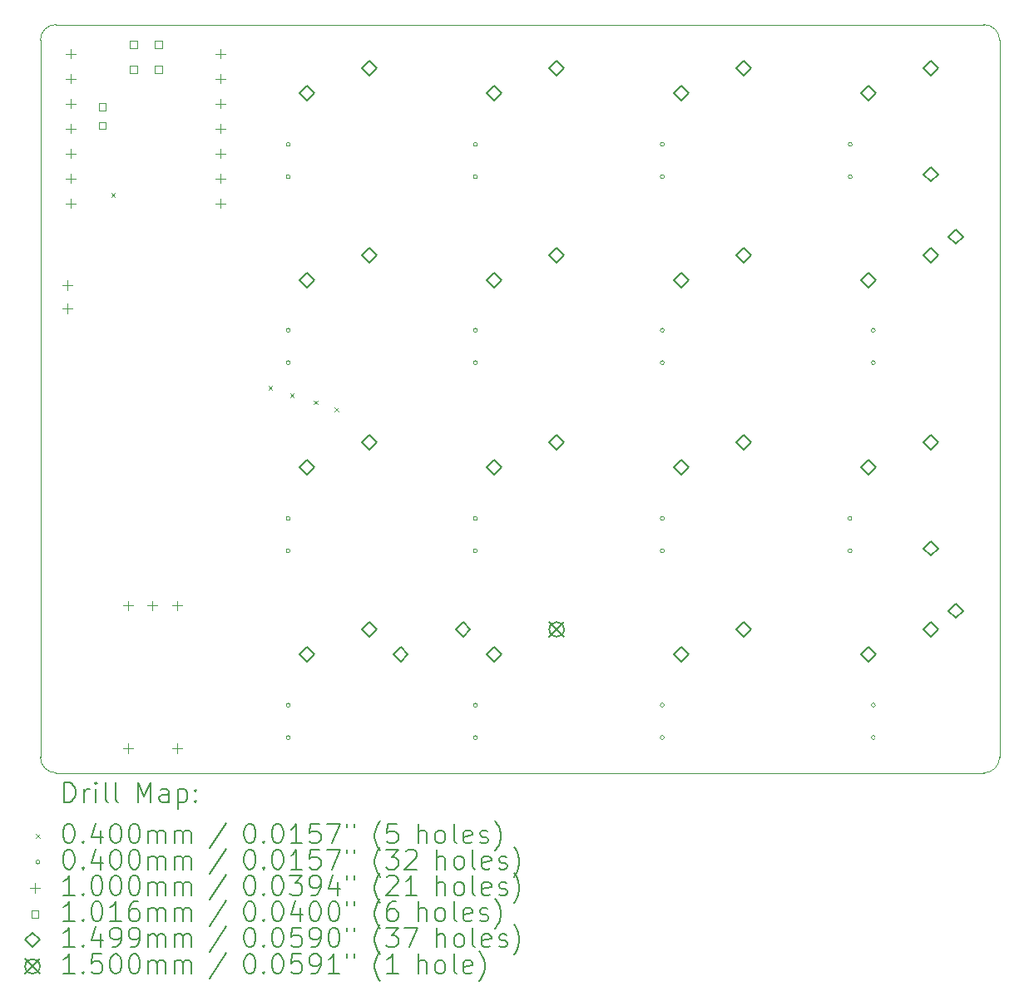
<source format=gbr>
%TF.GenerationSoftware,KiCad,Pcbnew,(7.0.0)*%
%TF.CreationDate,2023-06-29T20:35:01+03:00*%
%TF.ProjectId,kapeebar-a,6b617065-6562-4617-922d-612e6b696361,rev?*%
%TF.SameCoordinates,Original*%
%TF.FileFunction,Drillmap*%
%TF.FilePolarity,Positive*%
%FSLAX45Y45*%
G04 Gerber Fmt 4.5, Leading zero omitted, Abs format (unit mm)*
G04 Created by KiCad (PCBNEW (7.0.0)) date 2023-06-29 20:35:01*
%MOMM*%
%LPD*%
G01*
G04 APERTURE LIST*
%ADD10C,0.100000*%
%ADD11C,0.200000*%
%ADD12C,0.040000*%
%ADD13C,0.101600*%
%ADD14C,0.149860*%
%ADD15C,0.150000*%
G04 APERTURE END LIST*
D10*
X22903120Y-12505000D02*
X13457495Y-12505000D01*
X22903125Y-12505005D02*
G75*
G03*
X23061875Y-12346250I-5J158755D01*
G01*
X13457495Y-4884995D02*
G75*
G03*
X13298745Y-5043750I5J-158755D01*
G01*
X23061870Y-5043750D02*
G75*
G03*
X22903125Y-4885000I-158750J0D01*
G01*
X13457495Y-4885000D02*
X22903125Y-4885000D01*
X23061875Y-12346250D02*
X23061875Y-5043750D01*
X13298750Y-12346250D02*
G75*
G03*
X13457495Y-12505000I158750J0D01*
G01*
X13298745Y-12346250D02*
X13298745Y-5043750D01*
D11*
D12*
X14018745Y-6600000D02*
X14058745Y-6640000D01*
X14058745Y-6600000D02*
X14018745Y-6640000D01*
X15618745Y-8567550D02*
X15658745Y-8607550D01*
X15658745Y-8567550D02*
X15618745Y-8607550D01*
X15838745Y-8640000D02*
X15878745Y-8680000D01*
X15878745Y-8640000D02*
X15838745Y-8680000D01*
X16078745Y-8712450D02*
X16118745Y-8752450D01*
X16118745Y-8712450D02*
X16078745Y-8752450D01*
X16293775Y-8784900D02*
X16333775Y-8824900D01*
X16333775Y-8784900D02*
X16293775Y-8824900D01*
X15841375Y-6105000D02*
G75*
G03*
X15841375Y-6105000I-20000J0D01*
G01*
X15841375Y-6435000D02*
G75*
G03*
X15841375Y-6435000I-20000J0D01*
G01*
X15841375Y-7997630D02*
G75*
G03*
X15841375Y-7997630I-20000J0D01*
G01*
X15841375Y-8327630D02*
G75*
G03*
X15841375Y-8327630I-20000J0D01*
G01*
X15841375Y-9914300D02*
G75*
G03*
X15841375Y-9914300I-20000J0D01*
G01*
X15841375Y-10244300D02*
G75*
G03*
X15841375Y-10244300I-20000J0D01*
G01*
X15841375Y-11815200D02*
G75*
G03*
X15841375Y-11815200I-20000J0D01*
G01*
X15841375Y-12145200D02*
G75*
G03*
X15841375Y-12145200I-20000J0D01*
G01*
X17746375Y-6105000D02*
G75*
G03*
X17746375Y-6105000I-20000J0D01*
G01*
X17746375Y-6435000D02*
G75*
G03*
X17746375Y-6435000I-20000J0D01*
G01*
X17746375Y-7997630D02*
G75*
G03*
X17746375Y-7997630I-20000J0D01*
G01*
X17746375Y-8327630D02*
G75*
G03*
X17746375Y-8327630I-20000J0D01*
G01*
X17746375Y-9914300D02*
G75*
G03*
X17746375Y-9914300I-20000J0D01*
G01*
X17746375Y-10244300D02*
G75*
G03*
X17746375Y-10244300I-20000J0D01*
G01*
X17746375Y-11815200D02*
G75*
G03*
X17746375Y-11815200I-20000J0D01*
G01*
X17746375Y-12145200D02*
G75*
G03*
X17746375Y-12145200I-20000J0D01*
G01*
X19648745Y-6105000D02*
G75*
G03*
X19648745Y-6105000I-20000J0D01*
G01*
X19648745Y-6435000D02*
G75*
G03*
X19648745Y-6435000I-20000J0D01*
G01*
X19648745Y-7997630D02*
G75*
G03*
X19648745Y-7997630I-20000J0D01*
G01*
X19648745Y-8327630D02*
G75*
G03*
X19648745Y-8327630I-20000J0D01*
G01*
X19648745Y-9914300D02*
G75*
G03*
X19648745Y-9914300I-20000J0D01*
G01*
X19648745Y-10244300D02*
G75*
G03*
X19648745Y-10244300I-20000J0D01*
G01*
X19648745Y-11815200D02*
G75*
G03*
X19648745Y-11815200I-20000J0D01*
G01*
X19648745Y-12145200D02*
G75*
G03*
X19648745Y-12145200I-20000J0D01*
G01*
X21558040Y-9914300D02*
G75*
G03*
X21558040Y-9914300I-20000J0D01*
G01*
X21558040Y-10244300D02*
G75*
G03*
X21558040Y-10244300I-20000J0D01*
G01*
X21561745Y-6105000D02*
G75*
G03*
X21561745Y-6105000I-20000J0D01*
G01*
X21561745Y-6435000D02*
G75*
G03*
X21561745Y-6435000I-20000J0D01*
G01*
X21796375Y-7997630D02*
G75*
G03*
X21796375Y-7997630I-20000J0D01*
G01*
X21796375Y-8327630D02*
G75*
G03*
X21796375Y-8327630I-20000J0D01*
G01*
X21796375Y-11815200D02*
G75*
G03*
X21796375Y-11815200I-20000J0D01*
G01*
X21796375Y-12145200D02*
G75*
G03*
X21796375Y-12145200I-20000J0D01*
G01*
D10*
X13573125Y-7490625D02*
X13573125Y-7590625D01*
X13523125Y-7540625D02*
X13623125Y-7540625D01*
X13573125Y-7728750D02*
X13573125Y-7828750D01*
X13523125Y-7778750D02*
X13623125Y-7778750D01*
X13610922Y-5131418D02*
X13610922Y-5231418D01*
X13560922Y-5181418D02*
X13660922Y-5181418D01*
X13610922Y-5385418D02*
X13610922Y-5485418D01*
X13560922Y-5435418D02*
X13660922Y-5435418D01*
X13610922Y-5639418D02*
X13610922Y-5739418D01*
X13560922Y-5689418D02*
X13660922Y-5689418D01*
X13610922Y-5893418D02*
X13610922Y-5993418D01*
X13560922Y-5943418D02*
X13660922Y-5943418D01*
X13610922Y-6147418D02*
X13610922Y-6247418D01*
X13560922Y-6197418D02*
X13660922Y-6197418D01*
X13610922Y-6401418D02*
X13610922Y-6501418D01*
X13560922Y-6451418D02*
X13660922Y-6451418D01*
X13610922Y-6655418D02*
X13610922Y-6755418D01*
X13560922Y-6705418D02*
X13660922Y-6705418D01*
X14189375Y-10752500D02*
X14189375Y-10852500D01*
X14139375Y-10802500D02*
X14239375Y-10802500D01*
X14189375Y-12202500D02*
X14189375Y-12302500D01*
X14139375Y-12252500D02*
X14239375Y-12252500D01*
X14439375Y-10752500D02*
X14439375Y-10852500D01*
X14389375Y-10802500D02*
X14489375Y-10802500D01*
X14689375Y-10752500D02*
X14689375Y-10852500D01*
X14639375Y-10802500D02*
X14739375Y-10802500D01*
X14689375Y-12202500D02*
X14689375Y-12302500D01*
X14639375Y-12252500D02*
X14739375Y-12252500D01*
X15134922Y-5131418D02*
X15134922Y-5231418D01*
X15084922Y-5181418D02*
X15184922Y-5181418D01*
X15134922Y-5385418D02*
X15134922Y-5485418D01*
X15084922Y-5435418D02*
X15184922Y-5435418D01*
X15134922Y-5639418D02*
X15134922Y-5739418D01*
X15084922Y-5689418D02*
X15184922Y-5689418D01*
X15134922Y-5893418D02*
X15134922Y-5993418D01*
X15084922Y-5943418D02*
X15184922Y-5943418D01*
X15134922Y-6147418D02*
X15134922Y-6247418D01*
X15084922Y-6197418D02*
X15184922Y-6197418D01*
X15134922Y-6401418D02*
X15134922Y-6501418D01*
X15084922Y-6451418D02*
X15184922Y-6451418D01*
X15134922Y-6655418D02*
X15134922Y-6755418D01*
X15084922Y-6705418D02*
X15184922Y-6705418D01*
D13*
X13964343Y-5757139D02*
X13964343Y-5685297D01*
X13892501Y-5685297D01*
X13892501Y-5757139D01*
X13964343Y-5757139D01*
X13964343Y-5947639D02*
X13964343Y-5875797D01*
X13892501Y-5875797D01*
X13892501Y-5947639D01*
X13964343Y-5947639D01*
X14281843Y-5122139D02*
X14281843Y-5050297D01*
X14210001Y-5050297D01*
X14210001Y-5122139D01*
X14281843Y-5122139D01*
X14281843Y-5376139D02*
X14281843Y-5304297D01*
X14210001Y-5304297D01*
X14210001Y-5376139D01*
X14281843Y-5376139D01*
X14535843Y-5122139D02*
X14535843Y-5050297D01*
X14464001Y-5050297D01*
X14464001Y-5122139D01*
X14535843Y-5122139D01*
X14535843Y-5376139D02*
X14535843Y-5304297D01*
X14464001Y-5304297D01*
X14464001Y-5376139D01*
X14535843Y-5376139D01*
D14*
X16013375Y-5658430D02*
X16088305Y-5583500D01*
X16013375Y-5508570D01*
X15938445Y-5583500D01*
X16013375Y-5658430D01*
X16013375Y-7563430D02*
X16088305Y-7488500D01*
X16013375Y-7413570D01*
X15938445Y-7488500D01*
X16013375Y-7563430D01*
X16013375Y-9468430D02*
X16088305Y-9393500D01*
X16013375Y-9318570D01*
X15938445Y-9393500D01*
X16013375Y-9468430D01*
X16013375Y-11373430D02*
X16088305Y-11298500D01*
X16013375Y-11223570D01*
X15938445Y-11298500D01*
X16013375Y-11373430D01*
X16648375Y-5404430D02*
X16723305Y-5329500D01*
X16648375Y-5254570D01*
X16573445Y-5329500D01*
X16648375Y-5404430D01*
X16648375Y-7309430D02*
X16723305Y-7234500D01*
X16648375Y-7159570D01*
X16573445Y-7234500D01*
X16648375Y-7309430D01*
X16648375Y-9214430D02*
X16723305Y-9139500D01*
X16648375Y-9064570D01*
X16573445Y-9139500D01*
X16648375Y-9214430D01*
X16648375Y-11119430D02*
X16723305Y-11044500D01*
X16648375Y-10969570D01*
X16573445Y-11044500D01*
X16648375Y-11119430D01*
X16965875Y-11373430D02*
X17040805Y-11298500D01*
X16965875Y-11223570D01*
X16890945Y-11298500D01*
X16965875Y-11373430D01*
X17600875Y-11119430D02*
X17675805Y-11044500D01*
X17600875Y-10969570D01*
X17525945Y-11044500D01*
X17600875Y-11119430D01*
X17918375Y-5658430D02*
X17993305Y-5583500D01*
X17918375Y-5508570D01*
X17843445Y-5583500D01*
X17918375Y-5658430D01*
X17918375Y-7563430D02*
X17993305Y-7488500D01*
X17918375Y-7413570D01*
X17843445Y-7488500D01*
X17918375Y-7563430D01*
X17918375Y-9468430D02*
X17993305Y-9393500D01*
X17918375Y-9318570D01*
X17843445Y-9393500D01*
X17918375Y-9468430D01*
X17918375Y-11373430D02*
X17993305Y-11298500D01*
X17918375Y-11223570D01*
X17843445Y-11298500D01*
X17918375Y-11373430D01*
X18553375Y-5404430D02*
X18628305Y-5329500D01*
X18553375Y-5254570D01*
X18478445Y-5329500D01*
X18553375Y-5404430D01*
X18553375Y-7309430D02*
X18628305Y-7234500D01*
X18553375Y-7159570D01*
X18478445Y-7234500D01*
X18553375Y-7309430D01*
X18553375Y-9214430D02*
X18628305Y-9139500D01*
X18553375Y-9064570D01*
X18478445Y-9139500D01*
X18553375Y-9214430D01*
X19824150Y-5658430D02*
X19899080Y-5583500D01*
X19824150Y-5508570D01*
X19749220Y-5583500D01*
X19824150Y-5658430D01*
X19824150Y-7563430D02*
X19899080Y-7488500D01*
X19824150Y-7413570D01*
X19749220Y-7488500D01*
X19824150Y-7563430D01*
X19824150Y-9468430D02*
X19899080Y-9393500D01*
X19824150Y-9318570D01*
X19749220Y-9393500D01*
X19824150Y-9468430D01*
X19824150Y-11373430D02*
X19899080Y-11298500D01*
X19824150Y-11223570D01*
X19749220Y-11298500D01*
X19824150Y-11373430D01*
X20459150Y-5404430D02*
X20534080Y-5329500D01*
X20459150Y-5254570D01*
X20384220Y-5329500D01*
X20459150Y-5404430D01*
X20459150Y-7309430D02*
X20534080Y-7234500D01*
X20459150Y-7159570D01*
X20384220Y-7234500D01*
X20459150Y-7309430D01*
X20459150Y-9214430D02*
X20534080Y-9139500D01*
X20459150Y-9064570D01*
X20384220Y-9139500D01*
X20459150Y-9214430D01*
X20459150Y-11119430D02*
X20534080Y-11044500D01*
X20459150Y-10969570D01*
X20384220Y-11044500D01*
X20459150Y-11119430D01*
X21728375Y-5658430D02*
X21803305Y-5583500D01*
X21728375Y-5508570D01*
X21653445Y-5583500D01*
X21728375Y-5658430D01*
X21728375Y-7563430D02*
X21803305Y-7488500D01*
X21728375Y-7413570D01*
X21653445Y-7488500D01*
X21728375Y-7563430D01*
X21728375Y-9468430D02*
X21803305Y-9393500D01*
X21728375Y-9318570D01*
X21653445Y-9393500D01*
X21728375Y-9468430D01*
X21728375Y-11373430D02*
X21803305Y-11298500D01*
X21728375Y-11223570D01*
X21653445Y-11298500D01*
X21728375Y-11373430D01*
X22363375Y-5404430D02*
X22438305Y-5329500D01*
X22363375Y-5254570D01*
X22288445Y-5329500D01*
X22363375Y-5404430D01*
X22363375Y-6483930D02*
X22438305Y-6409000D01*
X22363375Y-6334070D01*
X22288445Y-6409000D01*
X22363375Y-6483930D01*
X22363375Y-7309430D02*
X22438305Y-7234500D01*
X22363375Y-7159570D01*
X22288445Y-7234500D01*
X22363375Y-7309430D01*
X22363375Y-9214430D02*
X22438305Y-9139500D01*
X22363375Y-9064570D01*
X22288445Y-9139500D01*
X22363375Y-9214430D01*
X22363375Y-10293930D02*
X22438305Y-10219000D01*
X22363375Y-10144070D01*
X22288445Y-10219000D01*
X22363375Y-10293930D01*
X22363375Y-11119430D02*
X22438305Y-11044500D01*
X22363375Y-10969570D01*
X22288445Y-11044500D01*
X22363375Y-11119430D01*
X22617375Y-7118930D02*
X22692305Y-7044000D01*
X22617375Y-6969070D01*
X22542445Y-7044000D01*
X22617375Y-7118930D01*
X22617375Y-10928930D02*
X22692305Y-10854000D01*
X22617375Y-10779070D01*
X22542445Y-10854000D01*
X22617375Y-10928930D01*
D15*
X18478375Y-10969500D02*
X18628375Y-11119500D01*
X18628375Y-10969500D02*
X18478375Y-11119500D01*
X18628375Y-11044500D02*
G75*
G03*
X18628375Y-11044500I-75000J0D01*
G01*
D11*
X13541364Y-12803476D02*
X13541364Y-12603476D01*
X13541364Y-12603476D02*
X13588983Y-12603476D01*
X13588983Y-12603476D02*
X13617554Y-12613000D01*
X13617554Y-12613000D02*
X13636602Y-12632048D01*
X13636602Y-12632048D02*
X13646126Y-12651095D01*
X13646126Y-12651095D02*
X13655650Y-12689190D01*
X13655650Y-12689190D02*
X13655650Y-12717762D01*
X13655650Y-12717762D02*
X13646126Y-12755857D01*
X13646126Y-12755857D02*
X13636602Y-12774905D01*
X13636602Y-12774905D02*
X13617554Y-12793952D01*
X13617554Y-12793952D02*
X13588983Y-12803476D01*
X13588983Y-12803476D02*
X13541364Y-12803476D01*
X13741364Y-12803476D02*
X13741364Y-12670143D01*
X13741364Y-12708238D02*
X13750888Y-12689190D01*
X13750888Y-12689190D02*
X13760412Y-12679667D01*
X13760412Y-12679667D02*
X13779459Y-12670143D01*
X13779459Y-12670143D02*
X13798507Y-12670143D01*
X13865173Y-12803476D02*
X13865173Y-12670143D01*
X13865173Y-12603476D02*
X13855650Y-12613000D01*
X13855650Y-12613000D02*
X13865173Y-12622524D01*
X13865173Y-12622524D02*
X13874697Y-12613000D01*
X13874697Y-12613000D02*
X13865173Y-12603476D01*
X13865173Y-12603476D02*
X13865173Y-12622524D01*
X13988983Y-12803476D02*
X13969935Y-12793952D01*
X13969935Y-12793952D02*
X13960412Y-12774905D01*
X13960412Y-12774905D02*
X13960412Y-12603476D01*
X14093745Y-12803476D02*
X14074697Y-12793952D01*
X14074697Y-12793952D02*
X14065173Y-12774905D01*
X14065173Y-12774905D02*
X14065173Y-12603476D01*
X14289935Y-12803476D02*
X14289935Y-12603476D01*
X14289935Y-12603476D02*
X14356602Y-12746333D01*
X14356602Y-12746333D02*
X14423269Y-12603476D01*
X14423269Y-12603476D02*
X14423269Y-12803476D01*
X14604221Y-12803476D02*
X14604221Y-12698714D01*
X14604221Y-12698714D02*
X14594697Y-12679667D01*
X14594697Y-12679667D02*
X14575650Y-12670143D01*
X14575650Y-12670143D02*
X14537554Y-12670143D01*
X14537554Y-12670143D02*
X14518507Y-12679667D01*
X14604221Y-12793952D02*
X14585173Y-12803476D01*
X14585173Y-12803476D02*
X14537554Y-12803476D01*
X14537554Y-12803476D02*
X14518507Y-12793952D01*
X14518507Y-12793952D02*
X14508983Y-12774905D01*
X14508983Y-12774905D02*
X14508983Y-12755857D01*
X14508983Y-12755857D02*
X14518507Y-12736809D01*
X14518507Y-12736809D02*
X14537554Y-12727286D01*
X14537554Y-12727286D02*
X14585173Y-12727286D01*
X14585173Y-12727286D02*
X14604221Y-12717762D01*
X14699459Y-12670143D02*
X14699459Y-12870143D01*
X14699459Y-12679667D02*
X14718507Y-12670143D01*
X14718507Y-12670143D02*
X14756602Y-12670143D01*
X14756602Y-12670143D02*
X14775650Y-12679667D01*
X14775650Y-12679667D02*
X14785173Y-12689190D01*
X14785173Y-12689190D02*
X14794697Y-12708238D01*
X14794697Y-12708238D02*
X14794697Y-12765381D01*
X14794697Y-12765381D02*
X14785173Y-12784428D01*
X14785173Y-12784428D02*
X14775650Y-12793952D01*
X14775650Y-12793952D02*
X14756602Y-12803476D01*
X14756602Y-12803476D02*
X14718507Y-12803476D01*
X14718507Y-12803476D02*
X14699459Y-12793952D01*
X14880412Y-12784428D02*
X14889935Y-12793952D01*
X14889935Y-12793952D02*
X14880412Y-12803476D01*
X14880412Y-12803476D02*
X14870888Y-12793952D01*
X14870888Y-12793952D02*
X14880412Y-12784428D01*
X14880412Y-12784428D02*
X14880412Y-12803476D01*
X14880412Y-12679667D02*
X14889935Y-12689190D01*
X14889935Y-12689190D02*
X14880412Y-12698714D01*
X14880412Y-12698714D02*
X14870888Y-12689190D01*
X14870888Y-12689190D02*
X14880412Y-12679667D01*
X14880412Y-12679667D02*
X14880412Y-12698714D01*
D12*
X13253745Y-13130000D02*
X13293745Y-13170000D01*
X13293745Y-13130000D02*
X13253745Y-13170000D01*
D11*
X13579459Y-13023476D02*
X13598507Y-13023476D01*
X13598507Y-13023476D02*
X13617554Y-13033000D01*
X13617554Y-13033000D02*
X13627078Y-13042524D01*
X13627078Y-13042524D02*
X13636602Y-13061571D01*
X13636602Y-13061571D02*
X13646126Y-13099667D01*
X13646126Y-13099667D02*
X13646126Y-13147286D01*
X13646126Y-13147286D02*
X13636602Y-13185381D01*
X13636602Y-13185381D02*
X13627078Y-13204428D01*
X13627078Y-13204428D02*
X13617554Y-13213952D01*
X13617554Y-13213952D02*
X13598507Y-13223476D01*
X13598507Y-13223476D02*
X13579459Y-13223476D01*
X13579459Y-13223476D02*
X13560412Y-13213952D01*
X13560412Y-13213952D02*
X13550888Y-13204428D01*
X13550888Y-13204428D02*
X13541364Y-13185381D01*
X13541364Y-13185381D02*
X13531840Y-13147286D01*
X13531840Y-13147286D02*
X13531840Y-13099667D01*
X13531840Y-13099667D02*
X13541364Y-13061571D01*
X13541364Y-13061571D02*
X13550888Y-13042524D01*
X13550888Y-13042524D02*
X13560412Y-13033000D01*
X13560412Y-13033000D02*
X13579459Y-13023476D01*
X13731840Y-13204428D02*
X13741364Y-13213952D01*
X13741364Y-13213952D02*
X13731840Y-13223476D01*
X13731840Y-13223476D02*
X13722316Y-13213952D01*
X13722316Y-13213952D02*
X13731840Y-13204428D01*
X13731840Y-13204428D02*
X13731840Y-13223476D01*
X13912793Y-13090143D02*
X13912793Y-13223476D01*
X13865173Y-13013952D02*
X13817554Y-13156809D01*
X13817554Y-13156809D02*
X13941364Y-13156809D01*
X14055650Y-13023476D02*
X14074697Y-13023476D01*
X14074697Y-13023476D02*
X14093745Y-13033000D01*
X14093745Y-13033000D02*
X14103269Y-13042524D01*
X14103269Y-13042524D02*
X14112793Y-13061571D01*
X14112793Y-13061571D02*
X14122316Y-13099667D01*
X14122316Y-13099667D02*
X14122316Y-13147286D01*
X14122316Y-13147286D02*
X14112793Y-13185381D01*
X14112793Y-13185381D02*
X14103269Y-13204428D01*
X14103269Y-13204428D02*
X14093745Y-13213952D01*
X14093745Y-13213952D02*
X14074697Y-13223476D01*
X14074697Y-13223476D02*
X14055650Y-13223476D01*
X14055650Y-13223476D02*
X14036602Y-13213952D01*
X14036602Y-13213952D02*
X14027078Y-13204428D01*
X14027078Y-13204428D02*
X14017554Y-13185381D01*
X14017554Y-13185381D02*
X14008031Y-13147286D01*
X14008031Y-13147286D02*
X14008031Y-13099667D01*
X14008031Y-13099667D02*
X14017554Y-13061571D01*
X14017554Y-13061571D02*
X14027078Y-13042524D01*
X14027078Y-13042524D02*
X14036602Y-13033000D01*
X14036602Y-13033000D02*
X14055650Y-13023476D01*
X14246126Y-13023476D02*
X14265174Y-13023476D01*
X14265174Y-13023476D02*
X14284221Y-13033000D01*
X14284221Y-13033000D02*
X14293745Y-13042524D01*
X14293745Y-13042524D02*
X14303269Y-13061571D01*
X14303269Y-13061571D02*
X14312793Y-13099667D01*
X14312793Y-13099667D02*
X14312793Y-13147286D01*
X14312793Y-13147286D02*
X14303269Y-13185381D01*
X14303269Y-13185381D02*
X14293745Y-13204428D01*
X14293745Y-13204428D02*
X14284221Y-13213952D01*
X14284221Y-13213952D02*
X14265174Y-13223476D01*
X14265174Y-13223476D02*
X14246126Y-13223476D01*
X14246126Y-13223476D02*
X14227078Y-13213952D01*
X14227078Y-13213952D02*
X14217554Y-13204428D01*
X14217554Y-13204428D02*
X14208031Y-13185381D01*
X14208031Y-13185381D02*
X14198507Y-13147286D01*
X14198507Y-13147286D02*
X14198507Y-13099667D01*
X14198507Y-13099667D02*
X14208031Y-13061571D01*
X14208031Y-13061571D02*
X14217554Y-13042524D01*
X14217554Y-13042524D02*
X14227078Y-13033000D01*
X14227078Y-13033000D02*
X14246126Y-13023476D01*
X14398507Y-13223476D02*
X14398507Y-13090143D01*
X14398507Y-13109190D02*
X14408031Y-13099667D01*
X14408031Y-13099667D02*
X14427078Y-13090143D01*
X14427078Y-13090143D02*
X14455650Y-13090143D01*
X14455650Y-13090143D02*
X14474697Y-13099667D01*
X14474697Y-13099667D02*
X14484221Y-13118714D01*
X14484221Y-13118714D02*
X14484221Y-13223476D01*
X14484221Y-13118714D02*
X14493745Y-13099667D01*
X14493745Y-13099667D02*
X14512793Y-13090143D01*
X14512793Y-13090143D02*
X14541364Y-13090143D01*
X14541364Y-13090143D02*
X14560412Y-13099667D01*
X14560412Y-13099667D02*
X14569935Y-13118714D01*
X14569935Y-13118714D02*
X14569935Y-13223476D01*
X14665174Y-13223476D02*
X14665174Y-13090143D01*
X14665174Y-13109190D02*
X14674697Y-13099667D01*
X14674697Y-13099667D02*
X14693745Y-13090143D01*
X14693745Y-13090143D02*
X14722316Y-13090143D01*
X14722316Y-13090143D02*
X14741364Y-13099667D01*
X14741364Y-13099667D02*
X14750888Y-13118714D01*
X14750888Y-13118714D02*
X14750888Y-13223476D01*
X14750888Y-13118714D02*
X14760412Y-13099667D01*
X14760412Y-13099667D02*
X14779459Y-13090143D01*
X14779459Y-13090143D02*
X14808031Y-13090143D01*
X14808031Y-13090143D02*
X14827078Y-13099667D01*
X14827078Y-13099667D02*
X14836602Y-13118714D01*
X14836602Y-13118714D02*
X14836602Y-13223476D01*
X15194697Y-13013952D02*
X15023269Y-13271095D01*
X15419459Y-13023476D02*
X15438507Y-13023476D01*
X15438507Y-13023476D02*
X15457555Y-13033000D01*
X15457555Y-13033000D02*
X15467078Y-13042524D01*
X15467078Y-13042524D02*
X15476602Y-13061571D01*
X15476602Y-13061571D02*
X15486126Y-13099667D01*
X15486126Y-13099667D02*
X15486126Y-13147286D01*
X15486126Y-13147286D02*
X15476602Y-13185381D01*
X15476602Y-13185381D02*
X15467078Y-13204428D01*
X15467078Y-13204428D02*
X15457555Y-13213952D01*
X15457555Y-13213952D02*
X15438507Y-13223476D01*
X15438507Y-13223476D02*
X15419459Y-13223476D01*
X15419459Y-13223476D02*
X15400412Y-13213952D01*
X15400412Y-13213952D02*
X15390888Y-13204428D01*
X15390888Y-13204428D02*
X15381364Y-13185381D01*
X15381364Y-13185381D02*
X15371840Y-13147286D01*
X15371840Y-13147286D02*
X15371840Y-13099667D01*
X15371840Y-13099667D02*
X15381364Y-13061571D01*
X15381364Y-13061571D02*
X15390888Y-13042524D01*
X15390888Y-13042524D02*
X15400412Y-13033000D01*
X15400412Y-13033000D02*
X15419459Y-13023476D01*
X15571840Y-13204428D02*
X15581364Y-13213952D01*
X15581364Y-13213952D02*
X15571840Y-13223476D01*
X15571840Y-13223476D02*
X15562316Y-13213952D01*
X15562316Y-13213952D02*
X15571840Y-13204428D01*
X15571840Y-13204428D02*
X15571840Y-13223476D01*
X15705174Y-13023476D02*
X15724221Y-13023476D01*
X15724221Y-13023476D02*
X15743269Y-13033000D01*
X15743269Y-13033000D02*
X15752793Y-13042524D01*
X15752793Y-13042524D02*
X15762316Y-13061571D01*
X15762316Y-13061571D02*
X15771840Y-13099667D01*
X15771840Y-13099667D02*
X15771840Y-13147286D01*
X15771840Y-13147286D02*
X15762316Y-13185381D01*
X15762316Y-13185381D02*
X15752793Y-13204428D01*
X15752793Y-13204428D02*
X15743269Y-13213952D01*
X15743269Y-13213952D02*
X15724221Y-13223476D01*
X15724221Y-13223476D02*
X15705174Y-13223476D01*
X15705174Y-13223476D02*
X15686126Y-13213952D01*
X15686126Y-13213952D02*
X15676602Y-13204428D01*
X15676602Y-13204428D02*
X15667078Y-13185381D01*
X15667078Y-13185381D02*
X15657555Y-13147286D01*
X15657555Y-13147286D02*
X15657555Y-13099667D01*
X15657555Y-13099667D02*
X15667078Y-13061571D01*
X15667078Y-13061571D02*
X15676602Y-13042524D01*
X15676602Y-13042524D02*
X15686126Y-13033000D01*
X15686126Y-13033000D02*
X15705174Y-13023476D01*
X15962316Y-13223476D02*
X15848031Y-13223476D01*
X15905174Y-13223476D02*
X15905174Y-13023476D01*
X15905174Y-13023476D02*
X15886126Y-13052048D01*
X15886126Y-13052048D02*
X15867078Y-13071095D01*
X15867078Y-13071095D02*
X15848031Y-13080619D01*
X16143269Y-13023476D02*
X16048031Y-13023476D01*
X16048031Y-13023476D02*
X16038507Y-13118714D01*
X16038507Y-13118714D02*
X16048031Y-13109190D01*
X16048031Y-13109190D02*
X16067078Y-13099667D01*
X16067078Y-13099667D02*
X16114697Y-13099667D01*
X16114697Y-13099667D02*
X16133745Y-13109190D01*
X16133745Y-13109190D02*
X16143269Y-13118714D01*
X16143269Y-13118714D02*
X16152793Y-13137762D01*
X16152793Y-13137762D02*
X16152793Y-13185381D01*
X16152793Y-13185381D02*
X16143269Y-13204428D01*
X16143269Y-13204428D02*
X16133745Y-13213952D01*
X16133745Y-13213952D02*
X16114697Y-13223476D01*
X16114697Y-13223476D02*
X16067078Y-13223476D01*
X16067078Y-13223476D02*
X16048031Y-13213952D01*
X16048031Y-13213952D02*
X16038507Y-13204428D01*
X16219459Y-13023476D02*
X16352793Y-13023476D01*
X16352793Y-13023476D02*
X16267078Y-13223476D01*
X16419459Y-13023476D02*
X16419459Y-13061571D01*
X16495650Y-13023476D02*
X16495650Y-13061571D01*
X16758507Y-13299667D02*
X16748983Y-13290143D01*
X16748983Y-13290143D02*
X16729936Y-13261571D01*
X16729936Y-13261571D02*
X16720412Y-13242524D01*
X16720412Y-13242524D02*
X16710888Y-13213952D01*
X16710888Y-13213952D02*
X16701364Y-13166333D01*
X16701364Y-13166333D02*
X16701364Y-13128238D01*
X16701364Y-13128238D02*
X16710888Y-13080619D01*
X16710888Y-13080619D02*
X16720412Y-13052048D01*
X16720412Y-13052048D02*
X16729936Y-13033000D01*
X16729936Y-13033000D02*
X16748983Y-13004428D01*
X16748983Y-13004428D02*
X16758507Y-12994905D01*
X16929936Y-13023476D02*
X16834698Y-13023476D01*
X16834698Y-13023476D02*
X16825174Y-13118714D01*
X16825174Y-13118714D02*
X16834698Y-13109190D01*
X16834698Y-13109190D02*
X16853745Y-13099667D01*
X16853745Y-13099667D02*
X16901364Y-13099667D01*
X16901364Y-13099667D02*
X16920412Y-13109190D01*
X16920412Y-13109190D02*
X16929936Y-13118714D01*
X16929936Y-13118714D02*
X16939459Y-13137762D01*
X16939459Y-13137762D02*
X16939459Y-13185381D01*
X16939459Y-13185381D02*
X16929936Y-13204428D01*
X16929936Y-13204428D02*
X16920412Y-13213952D01*
X16920412Y-13213952D02*
X16901364Y-13223476D01*
X16901364Y-13223476D02*
X16853745Y-13223476D01*
X16853745Y-13223476D02*
X16834698Y-13213952D01*
X16834698Y-13213952D02*
X16825174Y-13204428D01*
X17145174Y-13223476D02*
X17145174Y-13023476D01*
X17230888Y-13223476D02*
X17230888Y-13118714D01*
X17230888Y-13118714D02*
X17221364Y-13099667D01*
X17221364Y-13099667D02*
X17202317Y-13090143D01*
X17202317Y-13090143D02*
X17173745Y-13090143D01*
X17173745Y-13090143D02*
X17154698Y-13099667D01*
X17154698Y-13099667D02*
X17145174Y-13109190D01*
X17354698Y-13223476D02*
X17335650Y-13213952D01*
X17335650Y-13213952D02*
X17326126Y-13204428D01*
X17326126Y-13204428D02*
X17316602Y-13185381D01*
X17316602Y-13185381D02*
X17316602Y-13128238D01*
X17316602Y-13128238D02*
X17326126Y-13109190D01*
X17326126Y-13109190D02*
X17335650Y-13099667D01*
X17335650Y-13099667D02*
X17354698Y-13090143D01*
X17354698Y-13090143D02*
X17383269Y-13090143D01*
X17383269Y-13090143D02*
X17402317Y-13099667D01*
X17402317Y-13099667D02*
X17411840Y-13109190D01*
X17411840Y-13109190D02*
X17421364Y-13128238D01*
X17421364Y-13128238D02*
X17421364Y-13185381D01*
X17421364Y-13185381D02*
X17411840Y-13204428D01*
X17411840Y-13204428D02*
X17402317Y-13213952D01*
X17402317Y-13213952D02*
X17383269Y-13223476D01*
X17383269Y-13223476D02*
X17354698Y-13223476D01*
X17535650Y-13223476D02*
X17516602Y-13213952D01*
X17516602Y-13213952D02*
X17507079Y-13194905D01*
X17507079Y-13194905D02*
X17507079Y-13023476D01*
X17688031Y-13213952D02*
X17668983Y-13223476D01*
X17668983Y-13223476D02*
X17630888Y-13223476D01*
X17630888Y-13223476D02*
X17611840Y-13213952D01*
X17611840Y-13213952D02*
X17602317Y-13194905D01*
X17602317Y-13194905D02*
X17602317Y-13118714D01*
X17602317Y-13118714D02*
X17611840Y-13099667D01*
X17611840Y-13099667D02*
X17630888Y-13090143D01*
X17630888Y-13090143D02*
X17668983Y-13090143D01*
X17668983Y-13090143D02*
X17688031Y-13099667D01*
X17688031Y-13099667D02*
X17697555Y-13118714D01*
X17697555Y-13118714D02*
X17697555Y-13137762D01*
X17697555Y-13137762D02*
X17602317Y-13156809D01*
X17773745Y-13213952D02*
X17792793Y-13223476D01*
X17792793Y-13223476D02*
X17830888Y-13223476D01*
X17830888Y-13223476D02*
X17849936Y-13213952D01*
X17849936Y-13213952D02*
X17859460Y-13194905D01*
X17859460Y-13194905D02*
X17859460Y-13185381D01*
X17859460Y-13185381D02*
X17849936Y-13166333D01*
X17849936Y-13166333D02*
X17830888Y-13156809D01*
X17830888Y-13156809D02*
X17802317Y-13156809D01*
X17802317Y-13156809D02*
X17783269Y-13147286D01*
X17783269Y-13147286D02*
X17773745Y-13128238D01*
X17773745Y-13128238D02*
X17773745Y-13118714D01*
X17773745Y-13118714D02*
X17783269Y-13099667D01*
X17783269Y-13099667D02*
X17802317Y-13090143D01*
X17802317Y-13090143D02*
X17830888Y-13090143D01*
X17830888Y-13090143D02*
X17849936Y-13099667D01*
X17926126Y-13299667D02*
X17935650Y-13290143D01*
X17935650Y-13290143D02*
X17954698Y-13261571D01*
X17954698Y-13261571D02*
X17964221Y-13242524D01*
X17964221Y-13242524D02*
X17973745Y-13213952D01*
X17973745Y-13213952D02*
X17983269Y-13166333D01*
X17983269Y-13166333D02*
X17983269Y-13128238D01*
X17983269Y-13128238D02*
X17973745Y-13080619D01*
X17973745Y-13080619D02*
X17964221Y-13052048D01*
X17964221Y-13052048D02*
X17954698Y-13033000D01*
X17954698Y-13033000D02*
X17935650Y-13004428D01*
X17935650Y-13004428D02*
X17926126Y-12994905D01*
D12*
X13293745Y-13414000D02*
G75*
G03*
X13293745Y-13414000I-20000J0D01*
G01*
D11*
X13579459Y-13287476D02*
X13598507Y-13287476D01*
X13598507Y-13287476D02*
X13617554Y-13297000D01*
X13617554Y-13297000D02*
X13627078Y-13306524D01*
X13627078Y-13306524D02*
X13636602Y-13325571D01*
X13636602Y-13325571D02*
X13646126Y-13363667D01*
X13646126Y-13363667D02*
X13646126Y-13411286D01*
X13646126Y-13411286D02*
X13636602Y-13449381D01*
X13636602Y-13449381D02*
X13627078Y-13468428D01*
X13627078Y-13468428D02*
X13617554Y-13477952D01*
X13617554Y-13477952D02*
X13598507Y-13487476D01*
X13598507Y-13487476D02*
X13579459Y-13487476D01*
X13579459Y-13487476D02*
X13560412Y-13477952D01*
X13560412Y-13477952D02*
X13550888Y-13468428D01*
X13550888Y-13468428D02*
X13541364Y-13449381D01*
X13541364Y-13449381D02*
X13531840Y-13411286D01*
X13531840Y-13411286D02*
X13531840Y-13363667D01*
X13531840Y-13363667D02*
X13541364Y-13325571D01*
X13541364Y-13325571D02*
X13550888Y-13306524D01*
X13550888Y-13306524D02*
X13560412Y-13297000D01*
X13560412Y-13297000D02*
X13579459Y-13287476D01*
X13731840Y-13468428D02*
X13741364Y-13477952D01*
X13741364Y-13477952D02*
X13731840Y-13487476D01*
X13731840Y-13487476D02*
X13722316Y-13477952D01*
X13722316Y-13477952D02*
X13731840Y-13468428D01*
X13731840Y-13468428D02*
X13731840Y-13487476D01*
X13912793Y-13354143D02*
X13912793Y-13487476D01*
X13865173Y-13277952D02*
X13817554Y-13420809D01*
X13817554Y-13420809D02*
X13941364Y-13420809D01*
X14055650Y-13287476D02*
X14074697Y-13287476D01*
X14074697Y-13287476D02*
X14093745Y-13297000D01*
X14093745Y-13297000D02*
X14103269Y-13306524D01*
X14103269Y-13306524D02*
X14112793Y-13325571D01*
X14112793Y-13325571D02*
X14122316Y-13363667D01*
X14122316Y-13363667D02*
X14122316Y-13411286D01*
X14122316Y-13411286D02*
X14112793Y-13449381D01*
X14112793Y-13449381D02*
X14103269Y-13468428D01*
X14103269Y-13468428D02*
X14093745Y-13477952D01*
X14093745Y-13477952D02*
X14074697Y-13487476D01*
X14074697Y-13487476D02*
X14055650Y-13487476D01*
X14055650Y-13487476D02*
X14036602Y-13477952D01*
X14036602Y-13477952D02*
X14027078Y-13468428D01*
X14027078Y-13468428D02*
X14017554Y-13449381D01*
X14017554Y-13449381D02*
X14008031Y-13411286D01*
X14008031Y-13411286D02*
X14008031Y-13363667D01*
X14008031Y-13363667D02*
X14017554Y-13325571D01*
X14017554Y-13325571D02*
X14027078Y-13306524D01*
X14027078Y-13306524D02*
X14036602Y-13297000D01*
X14036602Y-13297000D02*
X14055650Y-13287476D01*
X14246126Y-13287476D02*
X14265174Y-13287476D01*
X14265174Y-13287476D02*
X14284221Y-13297000D01*
X14284221Y-13297000D02*
X14293745Y-13306524D01*
X14293745Y-13306524D02*
X14303269Y-13325571D01*
X14303269Y-13325571D02*
X14312793Y-13363667D01*
X14312793Y-13363667D02*
X14312793Y-13411286D01*
X14312793Y-13411286D02*
X14303269Y-13449381D01*
X14303269Y-13449381D02*
X14293745Y-13468428D01*
X14293745Y-13468428D02*
X14284221Y-13477952D01*
X14284221Y-13477952D02*
X14265174Y-13487476D01*
X14265174Y-13487476D02*
X14246126Y-13487476D01*
X14246126Y-13487476D02*
X14227078Y-13477952D01*
X14227078Y-13477952D02*
X14217554Y-13468428D01*
X14217554Y-13468428D02*
X14208031Y-13449381D01*
X14208031Y-13449381D02*
X14198507Y-13411286D01*
X14198507Y-13411286D02*
X14198507Y-13363667D01*
X14198507Y-13363667D02*
X14208031Y-13325571D01*
X14208031Y-13325571D02*
X14217554Y-13306524D01*
X14217554Y-13306524D02*
X14227078Y-13297000D01*
X14227078Y-13297000D02*
X14246126Y-13287476D01*
X14398507Y-13487476D02*
X14398507Y-13354143D01*
X14398507Y-13373190D02*
X14408031Y-13363667D01*
X14408031Y-13363667D02*
X14427078Y-13354143D01*
X14427078Y-13354143D02*
X14455650Y-13354143D01*
X14455650Y-13354143D02*
X14474697Y-13363667D01*
X14474697Y-13363667D02*
X14484221Y-13382714D01*
X14484221Y-13382714D02*
X14484221Y-13487476D01*
X14484221Y-13382714D02*
X14493745Y-13363667D01*
X14493745Y-13363667D02*
X14512793Y-13354143D01*
X14512793Y-13354143D02*
X14541364Y-13354143D01*
X14541364Y-13354143D02*
X14560412Y-13363667D01*
X14560412Y-13363667D02*
X14569935Y-13382714D01*
X14569935Y-13382714D02*
X14569935Y-13487476D01*
X14665174Y-13487476D02*
X14665174Y-13354143D01*
X14665174Y-13373190D02*
X14674697Y-13363667D01*
X14674697Y-13363667D02*
X14693745Y-13354143D01*
X14693745Y-13354143D02*
X14722316Y-13354143D01*
X14722316Y-13354143D02*
X14741364Y-13363667D01*
X14741364Y-13363667D02*
X14750888Y-13382714D01*
X14750888Y-13382714D02*
X14750888Y-13487476D01*
X14750888Y-13382714D02*
X14760412Y-13363667D01*
X14760412Y-13363667D02*
X14779459Y-13354143D01*
X14779459Y-13354143D02*
X14808031Y-13354143D01*
X14808031Y-13354143D02*
X14827078Y-13363667D01*
X14827078Y-13363667D02*
X14836602Y-13382714D01*
X14836602Y-13382714D02*
X14836602Y-13487476D01*
X15194697Y-13277952D02*
X15023269Y-13535095D01*
X15419459Y-13287476D02*
X15438507Y-13287476D01*
X15438507Y-13287476D02*
X15457555Y-13297000D01*
X15457555Y-13297000D02*
X15467078Y-13306524D01*
X15467078Y-13306524D02*
X15476602Y-13325571D01*
X15476602Y-13325571D02*
X15486126Y-13363667D01*
X15486126Y-13363667D02*
X15486126Y-13411286D01*
X15486126Y-13411286D02*
X15476602Y-13449381D01*
X15476602Y-13449381D02*
X15467078Y-13468428D01*
X15467078Y-13468428D02*
X15457555Y-13477952D01*
X15457555Y-13477952D02*
X15438507Y-13487476D01*
X15438507Y-13487476D02*
X15419459Y-13487476D01*
X15419459Y-13487476D02*
X15400412Y-13477952D01*
X15400412Y-13477952D02*
X15390888Y-13468428D01*
X15390888Y-13468428D02*
X15381364Y-13449381D01*
X15381364Y-13449381D02*
X15371840Y-13411286D01*
X15371840Y-13411286D02*
X15371840Y-13363667D01*
X15371840Y-13363667D02*
X15381364Y-13325571D01*
X15381364Y-13325571D02*
X15390888Y-13306524D01*
X15390888Y-13306524D02*
X15400412Y-13297000D01*
X15400412Y-13297000D02*
X15419459Y-13287476D01*
X15571840Y-13468428D02*
X15581364Y-13477952D01*
X15581364Y-13477952D02*
X15571840Y-13487476D01*
X15571840Y-13487476D02*
X15562316Y-13477952D01*
X15562316Y-13477952D02*
X15571840Y-13468428D01*
X15571840Y-13468428D02*
X15571840Y-13487476D01*
X15705174Y-13287476D02*
X15724221Y-13287476D01*
X15724221Y-13287476D02*
X15743269Y-13297000D01*
X15743269Y-13297000D02*
X15752793Y-13306524D01*
X15752793Y-13306524D02*
X15762316Y-13325571D01*
X15762316Y-13325571D02*
X15771840Y-13363667D01*
X15771840Y-13363667D02*
X15771840Y-13411286D01*
X15771840Y-13411286D02*
X15762316Y-13449381D01*
X15762316Y-13449381D02*
X15752793Y-13468428D01*
X15752793Y-13468428D02*
X15743269Y-13477952D01*
X15743269Y-13477952D02*
X15724221Y-13487476D01*
X15724221Y-13487476D02*
X15705174Y-13487476D01*
X15705174Y-13487476D02*
X15686126Y-13477952D01*
X15686126Y-13477952D02*
X15676602Y-13468428D01*
X15676602Y-13468428D02*
X15667078Y-13449381D01*
X15667078Y-13449381D02*
X15657555Y-13411286D01*
X15657555Y-13411286D02*
X15657555Y-13363667D01*
X15657555Y-13363667D02*
X15667078Y-13325571D01*
X15667078Y-13325571D02*
X15676602Y-13306524D01*
X15676602Y-13306524D02*
X15686126Y-13297000D01*
X15686126Y-13297000D02*
X15705174Y-13287476D01*
X15962316Y-13487476D02*
X15848031Y-13487476D01*
X15905174Y-13487476D02*
X15905174Y-13287476D01*
X15905174Y-13287476D02*
X15886126Y-13316048D01*
X15886126Y-13316048D02*
X15867078Y-13335095D01*
X15867078Y-13335095D02*
X15848031Y-13344619D01*
X16143269Y-13287476D02*
X16048031Y-13287476D01*
X16048031Y-13287476D02*
X16038507Y-13382714D01*
X16038507Y-13382714D02*
X16048031Y-13373190D01*
X16048031Y-13373190D02*
X16067078Y-13363667D01*
X16067078Y-13363667D02*
X16114697Y-13363667D01*
X16114697Y-13363667D02*
X16133745Y-13373190D01*
X16133745Y-13373190D02*
X16143269Y-13382714D01*
X16143269Y-13382714D02*
X16152793Y-13401762D01*
X16152793Y-13401762D02*
X16152793Y-13449381D01*
X16152793Y-13449381D02*
X16143269Y-13468428D01*
X16143269Y-13468428D02*
X16133745Y-13477952D01*
X16133745Y-13477952D02*
X16114697Y-13487476D01*
X16114697Y-13487476D02*
X16067078Y-13487476D01*
X16067078Y-13487476D02*
X16048031Y-13477952D01*
X16048031Y-13477952D02*
X16038507Y-13468428D01*
X16219459Y-13287476D02*
X16352793Y-13287476D01*
X16352793Y-13287476D02*
X16267078Y-13487476D01*
X16419459Y-13287476D02*
X16419459Y-13325571D01*
X16495650Y-13287476D02*
X16495650Y-13325571D01*
X16758507Y-13563667D02*
X16748983Y-13554143D01*
X16748983Y-13554143D02*
X16729936Y-13525571D01*
X16729936Y-13525571D02*
X16720412Y-13506524D01*
X16720412Y-13506524D02*
X16710888Y-13477952D01*
X16710888Y-13477952D02*
X16701364Y-13430333D01*
X16701364Y-13430333D02*
X16701364Y-13392238D01*
X16701364Y-13392238D02*
X16710888Y-13344619D01*
X16710888Y-13344619D02*
X16720412Y-13316048D01*
X16720412Y-13316048D02*
X16729936Y-13297000D01*
X16729936Y-13297000D02*
X16748983Y-13268428D01*
X16748983Y-13268428D02*
X16758507Y-13258905D01*
X16815650Y-13287476D02*
X16939459Y-13287476D01*
X16939459Y-13287476D02*
X16872793Y-13363667D01*
X16872793Y-13363667D02*
X16901364Y-13363667D01*
X16901364Y-13363667D02*
X16920412Y-13373190D01*
X16920412Y-13373190D02*
X16929936Y-13382714D01*
X16929936Y-13382714D02*
X16939459Y-13401762D01*
X16939459Y-13401762D02*
X16939459Y-13449381D01*
X16939459Y-13449381D02*
X16929936Y-13468428D01*
X16929936Y-13468428D02*
X16920412Y-13477952D01*
X16920412Y-13477952D02*
X16901364Y-13487476D01*
X16901364Y-13487476D02*
X16844221Y-13487476D01*
X16844221Y-13487476D02*
X16825174Y-13477952D01*
X16825174Y-13477952D02*
X16815650Y-13468428D01*
X17015650Y-13306524D02*
X17025174Y-13297000D01*
X17025174Y-13297000D02*
X17044221Y-13287476D01*
X17044221Y-13287476D02*
X17091840Y-13287476D01*
X17091840Y-13287476D02*
X17110888Y-13297000D01*
X17110888Y-13297000D02*
X17120412Y-13306524D01*
X17120412Y-13306524D02*
X17129936Y-13325571D01*
X17129936Y-13325571D02*
X17129936Y-13344619D01*
X17129936Y-13344619D02*
X17120412Y-13373190D01*
X17120412Y-13373190D02*
X17006126Y-13487476D01*
X17006126Y-13487476D02*
X17129936Y-13487476D01*
X17335650Y-13487476D02*
X17335650Y-13287476D01*
X17421364Y-13487476D02*
X17421364Y-13382714D01*
X17421364Y-13382714D02*
X17411840Y-13363667D01*
X17411840Y-13363667D02*
X17392793Y-13354143D01*
X17392793Y-13354143D02*
X17364221Y-13354143D01*
X17364221Y-13354143D02*
X17345174Y-13363667D01*
X17345174Y-13363667D02*
X17335650Y-13373190D01*
X17545174Y-13487476D02*
X17526126Y-13477952D01*
X17526126Y-13477952D02*
X17516602Y-13468428D01*
X17516602Y-13468428D02*
X17507079Y-13449381D01*
X17507079Y-13449381D02*
X17507079Y-13392238D01*
X17507079Y-13392238D02*
X17516602Y-13373190D01*
X17516602Y-13373190D02*
X17526126Y-13363667D01*
X17526126Y-13363667D02*
X17545174Y-13354143D01*
X17545174Y-13354143D02*
X17573745Y-13354143D01*
X17573745Y-13354143D02*
X17592793Y-13363667D01*
X17592793Y-13363667D02*
X17602317Y-13373190D01*
X17602317Y-13373190D02*
X17611840Y-13392238D01*
X17611840Y-13392238D02*
X17611840Y-13449381D01*
X17611840Y-13449381D02*
X17602317Y-13468428D01*
X17602317Y-13468428D02*
X17592793Y-13477952D01*
X17592793Y-13477952D02*
X17573745Y-13487476D01*
X17573745Y-13487476D02*
X17545174Y-13487476D01*
X17726126Y-13487476D02*
X17707079Y-13477952D01*
X17707079Y-13477952D02*
X17697555Y-13458905D01*
X17697555Y-13458905D02*
X17697555Y-13287476D01*
X17878507Y-13477952D02*
X17859460Y-13487476D01*
X17859460Y-13487476D02*
X17821364Y-13487476D01*
X17821364Y-13487476D02*
X17802317Y-13477952D01*
X17802317Y-13477952D02*
X17792793Y-13458905D01*
X17792793Y-13458905D02*
X17792793Y-13382714D01*
X17792793Y-13382714D02*
X17802317Y-13363667D01*
X17802317Y-13363667D02*
X17821364Y-13354143D01*
X17821364Y-13354143D02*
X17859460Y-13354143D01*
X17859460Y-13354143D02*
X17878507Y-13363667D01*
X17878507Y-13363667D02*
X17888031Y-13382714D01*
X17888031Y-13382714D02*
X17888031Y-13401762D01*
X17888031Y-13401762D02*
X17792793Y-13420809D01*
X17964221Y-13477952D02*
X17983269Y-13487476D01*
X17983269Y-13487476D02*
X18021364Y-13487476D01*
X18021364Y-13487476D02*
X18040412Y-13477952D01*
X18040412Y-13477952D02*
X18049936Y-13458905D01*
X18049936Y-13458905D02*
X18049936Y-13449381D01*
X18049936Y-13449381D02*
X18040412Y-13430333D01*
X18040412Y-13430333D02*
X18021364Y-13420809D01*
X18021364Y-13420809D02*
X17992793Y-13420809D01*
X17992793Y-13420809D02*
X17973745Y-13411286D01*
X17973745Y-13411286D02*
X17964221Y-13392238D01*
X17964221Y-13392238D02*
X17964221Y-13382714D01*
X17964221Y-13382714D02*
X17973745Y-13363667D01*
X17973745Y-13363667D02*
X17992793Y-13354143D01*
X17992793Y-13354143D02*
X18021364Y-13354143D01*
X18021364Y-13354143D02*
X18040412Y-13363667D01*
X18116602Y-13563667D02*
X18126126Y-13554143D01*
X18126126Y-13554143D02*
X18145174Y-13525571D01*
X18145174Y-13525571D02*
X18154698Y-13506524D01*
X18154698Y-13506524D02*
X18164221Y-13477952D01*
X18164221Y-13477952D02*
X18173745Y-13430333D01*
X18173745Y-13430333D02*
X18173745Y-13392238D01*
X18173745Y-13392238D02*
X18164221Y-13344619D01*
X18164221Y-13344619D02*
X18154698Y-13316048D01*
X18154698Y-13316048D02*
X18145174Y-13297000D01*
X18145174Y-13297000D02*
X18126126Y-13268428D01*
X18126126Y-13268428D02*
X18116602Y-13258905D01*
D10*
X13243745Y-13628000D02*
X13243745Y-13728000D01*
X13193745Y-13678000D02*
X13293745Y-13678000D01*
D11*
X13646126Y-13751476D02*
X13531840Y-13751476D01*
X13588983Y-13751476D02*
X13588983Y-13551476D01*
X13588983Y-13551476D02*
X13569935Y-13580048D01*
X13569935Y-13580048D02*
X13550888Y-13599095D01*
X13550888Y-13599095D02*
X13531840Y-13608619D01*
X13731840Y-13732428D02*
X13741364Y-13741952D01*
X13741364Y-13741952D02*
X13731840Y-13751476D01*
X13731840Y-13751476D02*
X13722316Y-13741952D01*
X13722316Y-13741952D02*
X13731840Y-13732428D01*
X13731840Y-13732428D02*
X13731840Y-13751476D01*
X13865173Y-13551476D02*
X13884221Y-13551476D01*
X13884221Y-13551476D02*
X13903269Y-13561000D01*
X13903269Y-13561000D02*
X13912793Y-13570524D01*
X13912793Y-13570524D02*
X13922316Y-13589571D01*
X13922316Y-13589571D02*
X13931840Y-13627667D01*
X13931840Y-13627667D02*
X13931840Y-13675286D01*
X13931840Y-13675286D02*
X13922316Y-13713381D01*
X13922316Y-13713381D02*
X13912793Y-13732428D01*
X13912793Y-13732428D02*
X13903269Y-13741952D01*
X13903269Y-13741952D02*
X13884221Y-13751476D01*
X13884221Y-13751476D02*
X13865173Y-13751476D01*
X13865173Y-13751476D02*
X13846126Y-13741952D01*
X13846126Y-13741952D02*
X13836602Y-13732428D01*
X13836602Y-13732428D02*
X13827078Y-13713381D01*
X13827078Y-13713381D02*
X13817554Y-13675286D01*
X13817554Y-13675286D02*
X13817554Y-13627667D01*
X13817554Y-13627667D02*
X13827078Y-13589571D01*
X13827078Y-13589571D02*
X13836602Y-13570524D01*
X13836602Y-13570524D02*
X13846126Y-13561000D01*
X13846126Y-13561000D02*
X13865173Y-13551476D01*
X14055650Y-13551476D02*
X14074697Y-13551476D01*
X14074697Y-13551476D02*
X14093745Y-13561000D01*
X14093745Y-13561000D02*
X14103269Y-13570524D01*
X14103269Y-13570524D02*
X14112793Y-13589571D01*
X14112793Y-13589571D02*
X14122316Y-13627667D01*
X14122316Y-13627667D02*
X14122316Y-13675286D01*
X14122316Y-13675286D02*
X14112793Y-13713381D01*
X14112793Y-13713381D02*
X14103269Y-13732428D01*
X14103269Y-13732428D02*
X14093745Y-13741952D01*
X14093745Y-13741952D02*
X14074697Y-13751476D01*
X14074697Y-13751476D02*
X14055650Y-13751476D01*
X14055650Y-13751476D02*
X14036602Y-13741952D01*
X14036602Y-13741952D02*
X14027078Y-13732428D01*
X14027078Y-13732428D02*
X14017554Y-13713381D01*
X14017554Y-13713381D02*
X14008031Y-13675286D01*
X14008031Y-13675286D02*
X14008031Y-13627667D01*
X14008031Y-13627667D02*
X14017554Y-13589571D01*
X14017554Y-13589571D02*
X14027078Y-13570524D01*
X14027078Y-13570524D02*
X14036602Y-13561000D01*
X14036602Y-13561000D02*
X14055650Y-13551476D01*
X14246126Y-13551476D02*
X14265174Y-13551476D01*
X14265174Y-13551476D02*
X14284221Y-13561000D01*
X14284221Y-13561000D02*
X14293745Y-13570524D01*
X14293745Y-13570524D02*
X14303269Y-13589571D01*
X14303269Y-13589571D02*
X14312793Y-13627667D01*
X14312793Y-13627667D02*
X14312793Y-13675286D01*
X14312793Y-13675286D02*
X14303269Y-13713381D01*
X14303269Y-13713381D02*
X14293745Y-13732428D01*
X14293745Y-13732428D02*
X14284221Y-13741952D01*
X14284221Y-13741952D02*
X14265174Y-13751476D01*
X14265174Y-13751476D02*
X14246126Y-13751476D01*
X14246126Y-13751476D02*
X14227078Y-13741952D01*
X14227078Y-13741952D02*
X14217554Y-13732428D01*
X14217554Y-13732428D02*
X14208031Y-13713381D01*
X14208031Y-13713381D02*
X14198507Y-13675286D01*
X14198507Y-13675286D02*
X14198507Y-13627667D01*
X14198507Y-13627667D02*
X14208031Y-13589571D01*
X14208031Y-13589571D02*
X14217554Y-13570524D01*
X14217554Y-13570524D02*
X14227078Y-13561000D01*
X14227078Y-13561000D02*
X14246126Y-13551476D01*
X14398507Y-13751476D02*
X14398507Y-13618143D01*
X14398507Y-13637190D02*
X14408031Y-13627667D01*
X14408031Y-13627667D02*
X14427078Y-13618143D01*
X14427078Y-13618143D02*
X14455650Y-13618143D01*
X14455650Y-13618143D02*
X14474697Y-13627667D01*
X14474697Y-13627667D02*
X14484221Y-13646714D01*
X14484221Y-13646714D02*
X14484221Y-13751476D01*
X14484221Y-13646714D02*
X14493745Y-13627667D01*
X14493745Y-13627667D02*
X14512793Y-13618143D01*
X14512793Y-13618143D02*
X14541364Y-13618143D01*
X14541364Y-13618143D02*
X14560412Y-13627667D01*
X14560412Y-13627667D02*
X14569935Y-13646714D01*
X14569935Y-13646714D02*
X14569935Y-13751476D01*
X14665174Y-13751476D02*
X14665174Y-13618143D01*
X14665174Y-13637190D02*
X14674697Y-13627667D01*
X14674697Y-13627667D02*
X14693745Y-13618143D01*
X14693745Y-13618143D02*
X14722316Y-13618143D01*
X14722316Y-13618143D02*
X14741364Y-13627667D01*
X14741364Y-13627667D02*
X14750888Y-13646714D01*
X14750888Y-13646714D02*
X14750888Y-13751476D01*
X14750888Y-13646714D02*
X14760412Y-13627667D01*
X14760412Y-13627667D02*
X14779459Y-13618143D01*
X14779459Y-13618143D02*
X14808031Y-13618143D01*
X14808031Y-13618143D02*
X14827078Y-13627667D01*
X14827078Y-13627667D02*
X14836602Y-13646714D01*
X14836602Y-13646714D02*
X14836602Y-13751476D01*
X15194697Y-13541952D02*
X15023269Y-13799095D01*
X15419459Y-13551476D02*
X15438507Y-13551476D01*
X15438507Y-13551476D02*
X15457555Y-13561000D01*
X15457555Y-13561000D02*
X15467078Y-13570524D01*
X15467078Y-13570524D02*
X15476602Y-13589571D01*
X15476602Y-13589571D02*
X15486126Y-13627667D01*
X15486126Y-13627667D02*
X15486126Y-13675286D01*
X15486126Y-13675286D02*
X15476602Y-13713381D01*
X15476602Y-13713381D02*
X15467078Y-13732428D01*
X15467078Y-13732428D02*
X15457555Y-13741952D01*
X15457555Y-13741952D02*
X15438507Y-13751476D01*
X15438507Y-13751476D02*
X15419459Y-13751476D01*
X15419459Y-13751476D02*
X15400412Y-13741952D01*
X15400412Y-13741952D02*
X15390888Y-13732428D01*
X15390888Y-13732428D02*
X15381364Y-13713381D01*
X15381364Y-13713381D02*
X15371840Y-13675286D01*
X15371840Y-13675286D02*
X15371840Y-13627667D01*
X15371840Y-13627667D02*
X15381364Y-13589571D01*
X15381364Y-13589571D02*
X15390888Y-13570524D01*
X15390888Y-13570524D02*
X15400412Y-13561000D01*
X15400412Y-13561000D02*
X15419459Y-13551476D01*
X15571840Y-13732428D02*
X15581364Y-13741952D01*
X15581364Y-13741952D02*
X15571840Y-13751476D01*
X15571840Y-13751476D02*
X15562316Y-13741952D01*
X15562316Y-13741952D02*
X15571840Y-13732428D01*
X15571840Y-13732428D02*
X15571840Y-13751476D01*
X15705174Y-13551476D02*
X15724221Y-13551476D01*
X15724221Y-13551476D02*
X15743269Y-13561000D01*
X15743269Y-13561000D02*
X15752793Y-13570524D01*
X15752793Y-13570524D02*
X15762316Y-13589571D01*
X15762316Y-13589571D02*
X15771840Y-13627667D01*
X15771840Y-13627667D02*
X15771840Y-13675286D01*
X15771840Y-13675286D02*
X15762316Y-13713381D01*
X15762316Y-13713381D02*
X15752793Y-13732428D01*
X15752793Y-13732428D02*
X15743269Y-13741952D01*
X15743269Y-13741952D02*
X15724221Y-13751476D01*
X15724221Y-13751476D02*
X15705174Y-13751476D01*
X15705174Y-13751476D02*
X15686126Y-13741952D01*
X15686126Y-13741952D02*
X15676602Y-13732428D01*
X15676602Y-13732428D02*
X15667078Y-13713381D01*
X15667078Y-13713381D02*
X15657555Y-13675286D01*
X15657555Y-13675286D02*
X15657555Y-13627667D01*
X15657555Y-13627667D02*
X15667078Y-13589571D01*
X15667078Y-13589571D02*
X15676602Y-13570524D01*
X15676602Y-13570524D02*
X15686126Y-13561000D01*
X15686126Y-13561000D02*
X15705174Y-13551476D01*
X15838507Y-13551476D02*
X15962316Y-13551476D01*
X15962316Y-13551476D02*
X15895650Y-13627667D01*
X15895650Y-13627667D02*
X15924221Y-13627667D01*
X15924221Y-13627667D02*
X15943269Y-13637190D01*
X15943269Y-13637190D02*
X15952793Y-13646714D01*
X15952793Y-13646714D02*
X15962316Y-13665762D01*
X15962316Y-13665762D02*
X15962316Y-13713381D01*
X15962316Y-13713381D02*
X15952793Y-13732428D01*
X15952793Y-13732428D02*
X15943269Y-13741952D01*
X15943269Y-13741952D02*
X15924221Y-13751476D01*
X15924221Y-13751476D02*
X15867078Y-13751476D01*
X15867078Y-13751476D02*
X15848031Y-13741952D01*
X15848031Y-13741952D02*
X15838507Y-13732428D01*
X16057555Y-13751476D02*
X16095650Y-13751476D01*
X16095650Y-13751476D02*
X16114697Y-13741952D01*
X16114697Y-13741952D02*
X16124221Y-13732428D01*
X16124221Y-13732428D02*
X16143269Y-13703857D01*
X16143269Y-13703857D02*
X16152793Y-13665762D01*
X16152793Y-13665762D02*
X16152793Y-13589571D01*
X16152793Y-13589571D02*
X16143269Y-13570524D01*
X16143269Y-13570524D02*
X16133745Y-13561000D01*
X16133745Y-13561000D02*
X16114697Y-13551476D01*
X16114697Y-13551476D02*
X16076602Y-13551476D01*
X16076602Y-13551476D02*
X16057555Y-13561000D01*
X16057555Y-13561000D02*
X16048031Y-13570524D01*
X16048031Y-13570524D02*
X16038507Y-13589571D01*
X16038507Y-13589571D02*
X16038507Y-13637190D01*
X16038507Y-13637190D02*
X16048031Y-13656238D01*
X16048031Y-13656238D02*
X16057555Y-13665762D01*
X16057555Y-13665762D02*
X16076602Y-13675286D01*
X16076602Y-13675286D02*
X16114697Y-13675286D01*
X16114697Y-13675286D02*
X16133745Y-13665762D01*
X16133745Y-13665762D02*
X16143269Y-13656238D01*
X16143269Y-13656238D02*
X16152793Y-13637190D01*
X16324221Y-13618143D02*
X16324221Y-13751476D01*
X16276602Y-13541952D02*
X16228983Y-13684809D01*
X16228983Y-13684809D02*
X16352793Y-13684809D01*
X16419459Y-13551476D02*
X16419459Y-13589571D01*
X16495650Y-13551476D02*
X16495650Y-13589571D01*
X16758507Y-13827667D02*
X16748983Y-13818143D01*
X16748983Y-13818143D02*
X16729936Y-13789571D01*
X16729936Y-13789571D02*
X16720412Y-13770524D01*
X16720412Y-13770524D02*
X16710888Y-13741952D01*
X16710888Y-13741952D02*
X16701364Y-13694333D01*
X16701364Y-13694333D02*
X16701364Y-13656238D01*
X16701364Y-13656238D02*
X16710888Y-13608619D01*
X16710888Y-13608619D02*
X16720412Y-13580048D01*
X16720412Y-13580048D02*
X16729936Y-13561000D01*
X16729936Y-13561000D02*
X16748983Y-13532428D01*
X16748983Y-13532428D02*
X16758507Y-13522905D01*
X16825174Y-13570524D02*
X16834698Y-13561000D01*
X16834698Y-13561000D02*
X16853745Y-13551476D01*
X16853745Y-13551476D02*
X16901364Y-13551476D01*
X16901364Y-13551476D02*
X16920412Y-13561000D01*
X16920412Y-13561000D02*
X16929936Y-13570524D01*
X16929936Y-13570524D02*
X16939459Y-13589571D01*
X16939459Y-13589571D02*
X16939459Y-13608619D01*
X16939459Y-13608619D02*
X16929936Y-13637190D01*
X16929936Y-13637190D02*
X16815650Y-13751476D01*
X16815650Y-13751476D02*
X16939459Y-13751476D01*
X17129936Y-13751476D02*
X17015650Y-13751476D01*
X17072793Y-13751476D02*
X17072793Y-13551476D01*
X17072793Y-13551476D02*
X17053745Y-13580048D01*
X17053745Y-13580048D02*
X17034698Y-13599095D01*
X17034698Y-13599095D02*
X17015650Y-13608619D01*
X17335650Y-13751476D02*
X17335650Y-13551476D01*
X17421364Y-13751476D02*
X17421364Y-13646714D01*
X17421364Y-13646714D02*
X17411840Y-13627667D01*
X17411840Y-13627667D02*
X17392793Y-13618143D01*
X17392793Y-13618143D02*
X17364221Y-13618143D01*
X17364221Y-13618143D02*
X17345174Y-13627667D01*
X17345174Y-13627667D02*
X17335650Y-13637190D01*
X17545174Y-13751476D02*
X17526126Y-13741952D01*
X17526126Y-13741952D02*
X17516602Y-13732428D01*
X17516602Y-13732428D02*
X17507079Y-13713381D01*
X17507079Y-13713381D02*
X17507079Y-13656238D01*
X17507079Y-13656238D02*
X17516602Y-13637190D01*
X17516602Y-13637190D02*
X17526126Y-13627667D01*
X17526126Y-13627667D02*
X17545174Y-13618143D01*
X17545174Y-13618143D02*
X17573745Y-13618143D01*
X17573745Y-13618143D02*
X17592793Y-13627667D01*
X17592793Y-13627667D02*
X17602317Y-13637190D01*
X17602317Y-13637190D02*
X17611840Y-13656238D01*
X17611840Y-13656238D02*
X17611840Y-13713381D01*
X17611840Y-13713381D02*
X17602317Y-13732428D01*
X17602317Y-13732428D02*
X17592793Y-13741952D01*
X17592793Y-13741952D02*
X17573745Y-13751476D01*
X17573745Y-13751476D02*
X17545174Y-13751476D01*
X17726126Y-13751476D02*
X17707079Y-13741952D01*
X17707079Y-13741952D02*
X17697555Y-13722905D01*
X17697555Y-13722905D02*
X17697555Y-13551476D01*
X17878507Y-13741952D02*
X17859460Y-13751476D01*
X17859460Y-13751476D02*
X17821364Y-13751476D01*
X17821364Y-13751476D02*
X17802317Y-13741952D01*
X17802317Y-13741952D02*
X17792793Y-13722905D01*
X17792793Y-13722905D02*
X17792793Y-13646714D01*
X17792793Y-13646714D02*
X17802317Y-13627667D01*
X17802317Y-13627667D02*
X17821364Y-13618143D01*
X17821364Y-13618143D02*
X17859460Y-13618143D01*
X17859460Y-13618143D02*
X17878507Y-13627667D01*
X17878507Y-13627667D02*
X17888031Y-13646714D01*
X17888031Y-13646714D02*
X17888031Y-13665762D01*
X17888031Y-13665762D02*
X17792793Y-13684809D01*
X17964221Y-13741952D02*
X17983269Y-13751476D01*
X17983269Y-13751476D02*
X18021364Y-13751476D01*
X18021364Y-13751476D02*
X18040412Y-13741952D01*
X18040412Y-13741952D02*
X18049936Y-13722905D01*
X18049936Y-13722905D02*
X18049936Y-13713381D01*
X18049936Y-13713381D02*
X18040412Y-13694333D01*
X18040412Y-13694333D02*
X18021364Y-13684809D01*
X18021364Y-13684809D02*
X17992793Y-13684809D01*
X17992793Y-13684809D02*
X17973745Y-13675286D01*
X17973745Y-13675286D02*
X17964221Y-13656238D01*
X17964221Y-13656238D02*
X17964221Y-13646714D01*
X17964221Y-13646714D02*
X17973745Y-13627667D01*
X17973745Y-13627667D02*
X17992793Y-13618143D01*
X17992793Y-13618143D02*
X18021364Y-13618143D01*
X18021364Y-13618143D02*
X18040412Y-13627667D01*
X18116602Y-13827667D02*
X18126126Y-13818143D01*
X18126126Y-13818143D02*
X18145174Y-13789571D01*
X18145174Y-13789571D02*
X18154698Y-13770524D01*
X18154698Y-13770524D02*
X18164221Y-13741952D01*
X18164221Y-13741952D02*
X18173745Y-13694333D01*
X18173745Y-13694333D02*
X18173745Y-13656238D01*
X18173745Y-13656238D02*
X18164221Y-13608619D01*
X18164221Y-13608619D02*
X18154698Y-13580048D01*
X18154698Y-13580048D02*
X18145174Y-13561000D01*
X18145174Y-13561000D02*
X18126126Y-13532428D01*
X18126126Y-13532428D02*
X18116602Y-13522905D01*
D13*
X13278866Y-13977921D02*
X13278866Y-13906079D01*
X13207024Y-13906079D01*
X13207024Y-13977921D01*
X13278866Y-13977921D01*
D11*
X13646126Y-14015476D02*
X13531840Y-14015476D01*
X13588983Y-14015476D02*
X13588983Y-13815476D01*
X13588983Y-13815476D02*
X13569935Y-13844048D01*
X13569935Y-13844048D02*
X13550888Y-13863095D01*
X13550888Y-13863095D02*
X13531840Y-13872619D01*
X13731840Y-13996428D02*
X13741364Y-14005952D01*
X13741364Y-14005952D02*
X13731840Y-14015476D01*
X13731840Y-14015476D02*
X13722316Y-14005952D01*
X13722316Y-14005952D02*
X13731840Y-13996428D01*
X13731840Y-13996428D02*
X13731840Y-14015476D01*
X13865173Y-13815476D02*
X13884221Y-13815476D01*
X13884221Y-13815476D02*
X13903269Y-13825000D01*
X13903269Y-13825000D02*
X13912793Y-13834524D01*
X13912793Y-13834524D02*
X13922316Y-13853571D01*
X13922316Y-13853571D02*
X13931840Y-13891667D01*
X13931840Y-13891667D02*
X13931840Y-13939286D01*
X13931840Y-13939286D02*
X13922316Y-13977381D01*
X13922316Y-13977381D02*
X13912793Y-13996428D01*
X13912793Y-13996428D02*
X13903269Y-14005952D01*
X13903269Y-14005952D02*
X13884221Y-14015476D01*
X13884221Y-14015476D02*
X13865173Y-14015476D01*
X13865173Y-14015476D02*
X13846126Y-14005952D01*
X13846126Y-14005952D02*
X13836602Y-13996428D01*
X13836602Y-13996428D02*
X13827078Y-13977381D01*
X13827078Y-13977381D02*
X13817554Y-13939286D01*
X13817554Y-13939286D02*
X13817554Y-13891667D01*
X13817554Y-13891667D02*
X13827078Y-13853571D01*
X13827078Y-13853571D02*
X13836602Y-13834524D01*
X13836602Y-13834524D02*
X13846126Y-13825000D01*
X13846126Y-13825000D02*
X13865173Y-13815476D01*
X14122316Y-14015476D02*
X14008031Y-14015476D01*
X14065173Y-14015476D02*
X14065173Y-13815476D01*
X14065173Y-13815476D02*
X14046126Y-13844048D01*
X14046126Y-13844048D02*
X14027078Y-13863095D01*
X14027078Y-13863095D02*
X14008031Y-13872619D01*
X14293745Y-13815476D02*
X14255650Y-13815476D01*
X14255650Y-13815476D02*
X14236602Y-13825000D01*
X14236602Y-13825000D02*
X14227078Y-13834524D01*
X14227078Y-13834524D02*
X14208031Y-13863095D01*
X14208031Y-13863095D02*
X14198507Y-13901190D01*
X14198507Y-13901190D02*
X14198507Y-13977381D01*
X14198507Y-13977381D02*
X14208031Y-13996428D01*
X14208031Y-13996428D02*
X14217554Y-14005952D01*
X14217554Y-14005952D02*
X14236602Y-14015476D01*
X14236602Y-14015476D02*
X14274697Y-14015476D01*
X14274697Y-14015476D02*
X14293745Y-14005952D01*
X14293745Y-14005952D02*
X14303269Y-13996428D01*
X14303269Y-13996428D02*
X14312793Y-13977381D01*
X14312793Y-13977381D02*
X14312793Y-13929762D01*
X14312793Y-13929762D02*
X14303269Y-13910714D01*
X14303269Y-13910714D02*
X14293745Y-13901190D01*
X14293745Y-13901190D02*
X14274697Y-13891667D01*
X14274697Y-13891667D02*
X14236602Y-13891667D01*
X14236602Y-13891667D02*
X14217554Y-13901190D01*
X14217554Y-13901190D02*
X14208031Y-13910714D01*
X14208031Y-13910714D02*
X14198507Y-13929762D01*
X14398507Y-14015476D02*
X14398507Y-13882143D01*
X14398507Y-13901190D02*
X14408031Y-13891667D01*
X14408031Y-13891667D02*
X14427078Y-13882143D01*
X14427078Y-13882143D02*
X14455650Y-13882143D01*
X14455650Y-13882143D02*
X14474697Y-13891667D01*
X14474697Y-13891667D02*
X14484221Y-13910714D01*
X14484221Y-13910714D02*
X14484221Y-14015476D01*
X14484221Y-13910714D02*
X14493745Y-13891667D01*
X14493745Y-13891667D02*
X14512793Y-13882143D01*
X14512793Y-13882143D02*
X14541364Y-13882143D01*
X14541364Y-13882143D02*
X14560412Y-13891667D01*
X14560412Y-13891667D02*
X14569935Y-13910714D01*
X14569935Y-13910714D02*
X14569935Y-14015476D01*
X14665174Y-14015476D02*
X14665174Y-13882143D01*
X14665174Y-13901190D02*
X14674697Y-13891667D01*
X14674697Y-13891667D02*
X14693745Y-13882143D01*
X14693745Y-13882143D02*
X14722316Y-13882143D01*
X14722316Y-13882143D02*
X14741364Y-13891667D01*
X14741364Y-13891667D02*
X14750888Y-13910714D01*
X14750888Y-13910714D02*
X14750888Y-14015476D01*
X14750888Y-13910714D02*
X14760412Y-13891667D01*
X14760412Y-13891667D02*
X14779459Y-13882143D01*
X14779459Y-13882143D02*
X14808031Y-13882143D01*
X14808031Y-13882143D02*
X14827078Y-13891667D01*
X14827078Y-13891667D02*
X14836602Y-13910714D01*
X14836602Y-13910714D02*
X14836602Y-14015476D01*
X15194697Y-13805952D02*
X15023269Y-14063095D01*
X15419459Y-13815476D02*
X15438507Y-13815476D01*
X15438507Y-13815476D02*
X15457555Y-13825000D01*
X15457555Y-13825000D02*
X15467078Y-13834524D01*
X15467078Y-13834524D02*
X15476602Y-13853571D01*
X15476602Y-13853571D02*
X15486126Y-13891667D01*
X15486126Y-13891667D02*
X15486126Y-13939286D01*
X15486126Y-13939286D02*
X15476602Y-13977381D01*
X15476602Y-13977381D02*
X15467078Y-13996428D01*
X15467078Y-13996428D02*
X15457555Y-14005952D01*
X15457555Y-14005952D02*
X15438507Y-14015476D01*
X15438507Y-14015476D02*
X15419459Y-14015476D01*
X15419459Y-14015476D02*
X15400412Y-14005952D01*
X15400412Y-14005952D02*
X15390888Y-13996428D01*
X15390888Y-13996428D02*
X15381364Y-13977381D01*
X15381364Y-13977381D02*
X15371840Y-13939286D01*
X15371840Y-13939286D02*
X15371840Y-13891667D01*
X15371840Y-13891667D02*
X15381364Y-13853571D01*
X15381364Y-13853571D02*
X15390888Y-13834524D01*
X15390888Y-13834524D02*
X15400412Y-13825000D01*
X15400412Y-13825000D02*
X15419459Y-13815476D01*
X15571840Y-13996428D02*
X15581364Y-14005952D01*
X15581364Y-14005952D02*
X15571840Y-14015476D01*
X15571840Y-14015476D02*
X15562316Y-14005952D01*
X15562316Y-14005952D02*
X15571840Y-13996428D01*
X15571840Y-13996428D02*
X15571840Y-14015476D01*
X15705174Y-13815476D02*
X15724221Y-13815476D01*
X15724221Y-13815476D02*
X15743269Y-13825000D01*
X15743269Y-13825000D02*
X15752793Y-13834524D01*
X15752793Y-13834524D02*
X15762316Y-13853571D01*
X15762316Y-13853571D02*
X15771840Y-13891667D01*
X15771840Y-13891667D02*
X15771840Y-13939286D01*
X15771840Y-13939286D02*
X15762316Y-13977381D01*
X15762316Y-13977381D02*
X15752793Y-13996428D01*
X15752793Y-13996428D02*
X15743269Y-14005952D01*
X15743269Y-14005952D02*
X15724221Y-14015476D01*
X15724221Y-14015476D02*
X15705174Y-14015476D01*
X15705174Y-14015476D02*
X15686126Y-14005952D01*
X15686126Y-14005952D02*
X15676602Y-13996428D01*
X15676602Y-13996428D02*
X15667078Y-13977381D01*
X15667078Y-13977381D02*
X15657555Y-13939286D01*
X15657555Y-13939286D02*
X15657555Y-13891667D01*
X15657555Y-13891667D02*
X15667078Y-13853571D01*
X15667078Y-13853571D02*
X15676602Y-13834524D01*
X15676602Y-13834524D02*
X15686126Y-13825000D01*
X15686126Y-13825000D02*
X15705174Y-13815476D01*
X15943269Y-13882143D02*
X15943269Y-14015476D01*
X15895650Y-13805952D02*
X15848031Y-13948809D01*
X15848031Y-13948809D02*
X15971840Y-13948809D01*
X16086126Y-13815476D02*
X16105174Y-13815476D01*
X16105174Y-13815476D02*
X16124221Y-13825000D01*
X16124221Y-13825000D02*
X16133745Y-13834524D01*
X16133745Y-13834524D02*
X16143269Y-13853571D01*
X16143269Y-13853571D02*
X16152793Y-13891667D01*
X16152793Y-13891667D02*
X16152793Y-13939286D01*
X16152793Y-13939286D02*
X16143269Y-13977381D01*
X16143269Y-13977381D02*
X16133745Y-13996428D01*
X16133745Y-13996428D02*
X16124221Y-14005952D01*
X16124221Y-14005952D02*
X16105174Y-14015476D01*
X16105174Y-14015476D02*
X16086126Y-14015476D01*
X16086126Y-14015476D02*
X16067078Y-14005952D01*
X16067078Y-14005952D02*
X16057555Y-13996428D01*
X16057555Y-13996428D02*
X16048031Y-13977381D01*
X16048031Y-13977381D02*
X16038507Y-13939286D01*
X16038507Y-13939286D02*
X16038507Y-13891667D01*
X16038507Y-13891667D02*
X16048031Y-13853571D01*
X16048031Y-13853571D02*
X16057555Y-13834524D01*
X16057555Y-13834524D02*
X16067078Y-13825000D01*
X16067078Y-13825000D02*
X16086126Y-13815476D01*
X16276602Y-13815476D02*
X16295650Y-13815476D01*
X16295650Y-13815476D02*
X16314697Y-13825000D01*
X16314697Y-13825000D02*
X16324221Y-13834524D01*
X16324221Y-13834524D02*
X16333745Y-13853571D01*
X16333745Y-13853571D02*
X16343269Y-13891667D01*
X16343269Y-13891667D02*
X16343269Y-13939286D01*
X16343269Y-13939286D02*
X16333745Y-13977381D01*
X16333745Y-13977381D02*
X16324221Y-13996428D01*
X16324221Y-13996428D02*
X16314697Y-14005952D01*
X16314697Y-14005952D02*
X16295650Y-14015476D01*
X16295650Y-14015476D02*
X16276602Y-14015476D01*
X16276602Y-14015476D02*
X16257555Y-14005952D01*
X16257555Y-14005952D02*
X16248031Y-13996428D01*
X16248031Y-13996428D02*
X16238507Y-13977381D01*
X16238507Y-13977381D02*
X16228983Y-13939286D01*
X16228983Y-13939286D02*
X16228983Y-13891667D01*
X16228983Y-13891667D02*
X16238507Y-13853571D01*
X16238507Y-13853571D02*
X16248031Y-13834524D01*
X16248031Y-13834524D02*
X16257555Y-13825000D01*
X16257555Y-13825000D02*
X16276602Y-13815476D01*
X16419459Y-13815476D02*
X16419459Y-13853571D01*
X16495650Y-13815476D02*
X16495650Y-13853571D01*
X16758507Y-14091667D02*
X16748983Y-14082143D01*
X16748983Y-14082143D02*
X16729936Y-14053571D01*
X16729936Y-14053571D02*
X16720412Y-14034524D01*
X16720412Y-14034524D02*
X16710888Y-14005952D01*
X16710888Y-14005952D02*
X16701364Y-13958333D01*
X16701364Y-13958333D02*
X16701364Y-13920238D01*
X16701364Y-13920238D02*
X16710888Y-13872619D01*
X16710888Y-13872619D02*
X16720412Y-13844048D01*
X16720412Y-13844048D02*
X16729936Y-13825000D01*
X16729936Y-13825000D02*
X16748983Y-13796428D01*
X16748983Y-13796428D02*
X16758507Y-13786905D01*
X16920412Y-13815476D02*
X16882317Y-13815476D01*
X16882317Y-13815476D02*
X16863269Y-13825000D01*
X16863269Y-13825000D02*
X16853745Y-13834524D01*
X16853745Y-13834524D02*
X16834698Y-13863095D01*
X16834698Y-13863095D02*
X16825174Y-13901190D01*
X16825174Y-13901190D02*
X16825174Y-13977381D01*
X16825174Y-13977381D02*
X16834698Y-13996428D01*
X16834698Y-13996428D02*
X16844221Y-14005952D01*
X16844221Y-14005952D02*
X16863269Y-14015476D01*
X16863269Y-14015476D02*
X16901364Y-14015476D01*
X16901364Y-14015476D02*
X16920412Y-14005952D01*
X16920412Y-14005952D02*
X16929936Y-13996428D01*
X16929936Y-13996428D02*
X16939459Y-13977381D01*
X16939459Y-13977381D02*
X16939459Y-13929762D01*
X16939459Y-13929762D02*
X16929936Y-13910714D01*
X16929936Y-13910714D02*
X16920412Y-13901190D01*
X16920412Y-13901190D02*
X16901364Y-13891667D01*
X16901364Y-13891667D02*
X16863269Y-13891667D01*
X16863269Y-13891667D02*
X16844221Y-13901190D01*
X16844221Y-13901190D02*
X16834698Y-13910714D01*
X16834698Y-13910714D02*
X16825174Y-13929762D01*
X17145174Y-14015476D02*
X17145174Y-13815476D01*
X17230888Y-14015476D02*
X17230888Y-13910714D01*
X17230888Y-13910714D02*
X17221364Y-13891667D01*
X17221364Y-13891667D02*
X17202317Y-13882143D01*
X17202317Y-13882143D02*
X17173745Y-13882143D01*
X17173745Y-13882143D02*
X17154698Y-13891667D01*
X17154698Y-13891667D02*
X17145174Y-13901190D01*
X17354698Y-14015476D02*
X17335650Y-14005952D01*
X17335650Y-14005952D02*
X17326126Y-13996428D01*
X17326126Y-13996428D02*
X17316602Y-13977381D01*
X17316602Y-13977381D02*
X17316602Y-13920238D01*
X17316602Y-13920238D02*
X17326126Y-13901190D01*
X17326126Y-13901190D02*
X17335650Y-13891667D01*
X17335650Y-13891667D02*
X17354698Y-13882143D01*
X17354698Y-13882143D02*
X17383269Y-13882143D01*
X17383269Y-13882143D02*
X17402317Y-13891667D01*
X17402317Y-13891667D02*
X17411840Y-13901190D01*
X17411840Y-13901190D02*
X17421364Y-13920238D01*
X17421364Y-13920238D02*
X17421364Y-13977381D01*
X17421364Y-13977381D02*
X17411840Y-13996428D01*
X17411840Y-13996428D02*
X17402317Y-14005952D01*
X17402317Y-14005952D02*
X17383269Y-14015476D01*
X17383269Y-14015476D02*
X17354698Y-14015476D01*
X17535650Y-14015476D02*
X17516602Y-14005952D01*
X17516602Y-14005952D02*
X17507079Y-13986905D01*
X17507079Y-13986905D02*
X17507079Y-13815476D01*
X17688031Y-14005952D02*
X17668983Y-14015476D01*
X17668983Y-14015476D02*
X17630888Y-14015476D01*
X17630888Y-14015476D02*
X17611840Y-14005952D01*
X17611840Y-14005952D02*
X17602317Y-13986905D01*
X17602317Y-13986905D02*
X17602317Y-13910714D01*
X17602317Y-13910714D02*
X17611840Y-13891667D01*
X17611840Y-13891667D02*
X17630888Y-13882143D01*
X17630888Y-13882143D02*
X17668983Y-13882143D01*
X17668983Y-13882143D02*
X17688031Y-13891667D01*
X17688031Y-13891667D02*
X17697555Y-13910714D01*
X17697555Y-13910714D02*
X17697555Y-13929762D01*
X17697555Y-13929762D02*
X17602317Y-13948809D01*
X17773745Y-14005952D02*
X17792793Y-14015476D01*
X17792793Y-14015476D02*
X17830888Y-14015476D01*
X17830888Y-14015476D02*
X17849936Y-14005952D01*
X17849936Y-14005952D02*
X17859460Y-13986905D01*
X17859460Y-13986905D02*
X17859460Y-13977381D01*
X17859460Y-13977381D02*
X17849936Y-13958333D01*
X17849936Y-13958333D02*
X17830888Y-13948809D01*
X17830888Y-13948809D02*
X17802317Y-13948809D01*
X17802317Y-13948809D02*
X17783269Y-13939286D01*
X17783269Y-13939286D02*
X17773745Y-13920238D01*
X17773745Y-13920238D02*
X17773745Y-13910714D01*
X17773745Y-13910714D02*
X17783269Y-13891667D01*
X17783269Y-13891667D02*
X17802317Y-13882143D01*
X17802317Y-13882143D02*
X17830888Y-13882143D01*
X17830888Y-13882143D02*
X17849936Y-13891667D01*
X17926126Y-14091667D02*
X17935650Y-14082143D01*
X17935650Y-14082143D02*
X17954698Y-14053571D01*
X17954698Y-14053571D02*
X17964221Y-14034524D01*
X17964221Y-14034524D02*
X17973745Y-14005952D01*
X17973745Y-14005952D02*
X17983269Y-13958333D01*
X17983269Y-13958333D02*
X17983269Y-13920238D01*
X17983269Y-13920238D02*
X17973745Y-13872619D01*
X17973745Y-13872619D02*
X17964221Y-13844048D01*
X17964221Y-13844048D02*
X17954698Y-13825000D01*
X17954698Y-13825000D02*
X17935650Y-13796428D01*
X17935650Y-13796428D02*
X17926126Y-13786905D01*
D14*
X13218815Y-14280930D02*
X13293745Y-14206000D01*
X13218815Y-14131070D01*
X13143885Y-14206000D01*
X13218815Y-14280930D01*
D11*
X13646126Y-14279476D02*
X13531840Y-14279476D01*
X13588983Y-14279476D02*
X13588983Y-14079476D01*
X13588983Y-14079476D02*
X13569935Y-14108048D01*
X13569935Y-14108048D02*
X13550888Y-14127095D01*
X13550888Y-14127095D02*
X13531840Y-14136619D01*
X13731840Y-14260428D02*
X13741364Y-14269952D01*
X13741364Y-14269952D02*
X13731840Y-14279476D01*
X13731840Y-14279476D02*
X13722316Y-14269952D01*
X13722316Y-14269952D02*
X13731840Y-14260428D01*
X13731840Y-14260428D02*
X13731840Y-14279476D01*
X13912793Y-14146143D02*
X13912793Y-14279476D01*
X13865173Y-14069952D02*
X13817554Y-14212809D01*
X13817554Y-14212809D02*
X13941364Y-14212809D01*
X14027078Y-14279476D02*
X14065173Y-14279476D01*
X14065173Y-14279476D02*
X14084221Y-14269952D01*
X14084221Y-14269952D02*
X14093745Y-14260428D01*
X14093745Y-14260428D02*
X14112793Y-14231857D01*
X14112793Y-14231857D02*
X14122316Y-14193762D01*
X14122316Y-14193762D02*
X14122316Y-14117571D01*
X14122316Y-14117571D02*
X14112793Y-14098524D01*
X14112793Y-14098524D02*
X14103269Y-14089000D01*
X14103269Y-14089000D02*
X14084221Y-14079476D01*
X14084221Y-14079476D02*
X14046126Y-14079476D01*
X14046126Y-14079476D02*
X14027078Y-14089000D01*
X14027078Y-14089000D02*
X14017554Y-14098524D01*
X14017554Y-14098524D02*
X14008031Y-14117571D01*
X14008031Y-14117571D02*
X14008031Y-14165190D01*
X14008031Y-14165190D02*
X14017554Y-14184238D01*
X14017554Y-14184238D02*
X14027078Y-14193762D01*
X14027078Y-14193762D02*
X14046126Y-14203286D01*
X14046126Y-14203286D02*
X14084221Y-14203286D01*
X14084221Y-14203286D02*
X14103269Y-14193762D01*
X14103269Y-14193762D02*
X14112793Y-14184238D01*
X14112793Y-14184238D02*
X14122316Y-14165190D01*
X14217554Y-14279476D02*
X14255650Y-14279476D01*
X14255650Y-14279476D02*
X14274697Y-14269952D01*
X14274697Y-14269952D02*
X14284221Y-14260428D01*
X14284221Y-14260428D02*
X14303269Y-14231857D01*
X14303269Y-14231857D02*
X14312793Y-14193762D01*
X14312793Y-14193762D02*
X14312793Y-14117571D01*
X14312793Y-14117571D02*
X14303269Y-14098524D01*
X14303269Y-14098524D02*
X14293745Y-14089000D01*
X14293745Y-14089000D02*
X14274697Y-14079476D01*
X14274697Y-14079476D02*
X14236602Y-14079476D01*
X14236602Y-14079476D02*
X14217554Y-14089000D01*
X14217554Y-14089000D02*
X14208031Y-14098524D01*
X14208031Y-14098524D02*
X14198507Y-14117571D01*
X14198507Y-14117571D02*
X14198507Y-14165190D01*
X14198507Y-14165190D02*
X14208031Y-14184238D01*
X14208031Y-14184238D02*
X14217554Y-14193762D01*
X14217554Y-14193762D02*
X14236602Y-14203286D01*
X14236602Y-14203286D02*
X14274697Y-14203286D01*
X14274697Y-14203286D02*
X14293745Y-14193762D01*
X14293745Y-14193762D02*
X14303269Y-14184238D01*
X14303269Y-14184238D02*
X14312793Y-14165190D01*
X14398507Y-14279476D02*
X14398507Y-14146143D01*
X14398507Y-14165190D02*
X14408031Y-14155667D01*
X14408031Y-14155667D02*
X14427078Y-14146143D01*
X14427078Y-14146143D02*
X14455650Y-14146143D01*
X14455650Y-14146143D02*
X14474697Y-14155667D01*
X14474697Y-14155667D02*
X14484221Y-14174714D01*
X14484221Y-14174714D02*
X14484221Y-14279476D01*
X14484221Y-14174714D02*
X14493745Y-14155667D01*
X14493745Y-14155667D02*
X14512793Y-14146143D01*
X14512793Y-14146143D02*
X14541364Y-14146143D01*
X14541364Y-14146143D02*
X14560412Y-14155667D01*
X14560412Y-14155667D02*
X14569935Y-14174714D01*
X14569935Y-14174714D02*
X14569935Y-14279476D01*
X14665174Y-14279476D02*
X14665174Y-14146143D01*
X14665174Y-14165190D02*
X14674697Y-14155667D01*
X14674697Y-14155667D02*
X14693745Y-14146143D01*
X14693745Y-14146143D02*
X14722316Y-14146143D01*
X14722316Y-14146143D02*
X14741364Y-14155667D01*
X14741364Y-14155667D02*
X14750888Y-14174714D01*
X14750888Y-14174714D02*
X14750888Y-14279476D01*
X14750888Y-14174714D02*
X14760412Y-14155667D01*
X14760412Y-14155667D02*
X14779459Y-14146143D01*
X14779459Y-14146143D02*
X14808031Y-14146143D01*
X14808031Y-14146143D02*
X14827078Y-14155667D01*
X14827078Y-14155667D02*
X14836602Y-14174714D01*
X14836602Y-14174714D02*
X14836602Y-14279476D01*
X15194697Y-14069952D02*
X15023269Y-14327095D01*
X15419459Y-14079476D02*
X15438507Y-14079476D01*
X15438507Y-14079476D02*
X15457555Y-14089000D01*
X15457555Y-14089000D02*
X15467078Y-14098524D01*
X15467078Y-14098524D02*
X15476602Y-14117571D01*
X15476602Y-14117571D02*
X15486126Y-14155667D01*
X15486126Y-14155667D02*
X15486126Y-14203286D01*
X15486126Y-14203286D02*
X15476602Y-14241381D01*
X15476602Y-14241381D02*
X15467078Y-14260428D01*
X15467078Y-14260428D02*
X15457555Y-14269952D01*
X15457555Y-14269952D02*
X15438507Y-14279476D01*
X15438507Y-14279476D02*
X15419459Y-14279476D01*
X15419459Y-14279476D02*
X15400412Y-14269952D01*
X15400412Y-14269952D02*
X15390888Y-14260428D01*
X15390888Y-14260428D02*
X15381364Y-14241381D01*
X15381364Y-14241381D02*
X15371840Y-14203286D01*
X15371840Y-14203286D02*
X15371840Y-14155667D01*
X15371840Y-14155667D02*
X15381364Y-14117571D01*
X15381364Y-14117571D02*
X15390888Y-14098524D01*
X15390888Y-14098524D02*
X15400412Y-14089000D01*
X15400412Y-14089000D02*
X15419459Y-14079476D01*
X15571840Y-14260428D02*
X15581364Y-14269952D01*
X15581364Y-14269952D02*
X15571840Y-14279476D01*
X15571840Y-14279476D02*
X15562316Y-14269952D01*
X15562316Y-14269952D02*
X15571840Y-14260428D01*
X15571840Y-14260428D02*
X15571840Y-14279476D01*
X15705174Y-14079476D02*
X15724221Y-14079476D01*
X15724221Y-14079476D02*
X15743269Y-14089000D01*
X15743269Y-14089000D02*
X15752793Y-14098524D01*
X15752793Y-14098524D02*
X15762316Y-14117571D01*
X15762316Y-14117571D02*
X15771840Y-14155667D01*
X15771840Y-14155667D02*
X15771840Y-14203286D01*
X15771840Y-14203286D02*
X15762316Y-14241381D01*
X15762316Y-14241381D02*
X15752793Y-14260428D01*
X15752793Y-14260428D02*
X15743269Y-14269952D01*
X15743269Y-14269952D02*
X15724221Y-14279476D01*
X15724221Y-14279476D02*
X15705174Y-14279476D01*
X15705174Y-14279476D02*
X15686126Y-14269952D01*
X15686126Y-14269952D02*
X15676602Y-14260428D01*
X15676602Y-14260428D02*
X15667078Y-14241381D01*
X15667078Y-14241381D02*
X15657555Y-14203286D01*
X15657555Y-14203286D02*
X15657555Y-14155667D01*
X15657555Y-14155667D02*
X15667078Y-14117571D01*
X15667078Y-14117571D02*
X15676602Y-14098524D01*
X15676602Y-14098524D02*
X15686126Y-14089000D01*
X15686126Y-14089000D02*
X15705174Y-14079476D01*
X15952793Y-14079476D02*
X15857555Y-14079476D01*
X15857555Y-14079476D02*
X15848031Y-14174714D01*
X15848031Y-14174714D02*
X15857555Y-14165190D01*
X15857555Y-14165190D02*
X15876602Y-14155667D01*
X15876602Y-14155667D02*
X15924221Y-14155667D01*
X15924221Y-14155667D02*
X15943269Y-14165190D01*
X15943269Y-14165190D02*
X15952793Y-14174714D01*
X15952793Y-14174714D02*
X15962316Y-14193762D01*
X15962316Y-14193762D02*
X15962316Y-14241381D01*
X15962316Y-14241381D02*
X15952793Y-14260428D01*
X15952793Y-14260428D02*
X15943269Y-14269952D01*
X15943269Y-14269952D02*
X15924221Y-14279476D01*
X15924221Y-14279476D02*
X15876602Y-14279476D01*
X15876602Y-14279476D02*
X15857555Y-14269952D01*
X15857555Y-14269952D02*
X15848031Y-14260428D01*
X16057555Y-14279476D02*
X16095650Y-14279476D01*
X16095650Y-14279476D02*
X16114697Y-14269952D01*
X16114697Y-14269952D02*
X16124221Y-14260428D01*
X16124221Y-14260428D02*
X16143269Y-14231857D01*
X16143269Y-14231857D02*
X16152793Y-14193762D01*
X16152793Y-14193762D02*
X16152793Y-14117571D01*
X16152793Y-14117571D02*
X16143269Y-14098524D01*
X16143269Y-14098524D02*
X16133745Y-14089000D01*
X16133745Y-14089000D02*
X16114697Y-14079476D01*
X16114697Y-14079476D02*
X16076602Y-14079476D01*
X16076602Y-14079476D02*
X16057555Y-14089000D01*
X16057555Y-14089000D02*
X16048031Y-14098524D01*
X16048031Y-14098524D02*
X16038507Y-14117571D01*
X16038507Y-14117571D02*
X16038507Y-14165190D01*
X16038507Y-14165190D02*
X16048031Y-14184238D01*
X16048031Y-14184238D02*
X16057555Y-14193762D01*
X16057555Y-14193762D02*
X16076602Y-14203286D01*
X16076602Y-14203286D02*
X16114697Y-14203286D01*
X16114697Y-14203286D02*
X16133745Y-14193762D01*
X16133745Y-14193762D02*
X16143269Y-14184238D01*
X16143269Y-14184238D02*
X16152793Y-14165190D01*
X16276602Y-14079476D02*
X16295650Y-14079476D01*
X16295650Y-14079476D02*
X16314697Y-14089000D01*
X16314697Y-14089000D02*
X16324221Y-14098524D01*
X16324221Y-14098524D02*
X16333745Y-14117571D01*
X16333745Y-14117571D02*
X16343269Y-14155667D01*
X16343269Y-14155667D02*
X16343269Y-14203286D01*
X16343269Y-14203286D02*
X16333745Y-14241381D01*
X16333745Y-14241381D02*
X16324221Y-14260428D01*
X16324221Y-14260428D02*
X16314697Y-14269952D01*
X16314697Y-14269952D02*
X16295650Y-14279476D01*
X16295650Y-14279476D02*
X16276602Y-14279476D01*
X16276602Y-14279476D02*
X16257555Y-14269952D01*
X16257555Y-14269952D02*
X16248031Y-14260428D01*
X16248031Y-14260428D02*
X16238507Y-14241381D01*
X16238507Y-14241381D02*
X16228983Y-14203286D01*
X16228983Y-14203286D02*
X16228983Y-14155667D01*
X16228983Y-14155667D02*
X16238507Y-14117571D01*
X16238507Y-14117571D02*
X16248031Y-14098524D01*
X16248031Y-14098524D02*
X16257555Y-14089000D01*
X16257555Y-14089000D02*
X16276602Y-14079476D01*
X16419459Y-14079476D02*
X16419459Y-14117571D01*
X16495650Y-14079476D02*
X16495650Y-14117571D01*
X16758507Y-14355667D02*
X16748983Y-14346143D01*
X16748983Y-14346143D02*
X16729936Y-14317571D01*
X16729936Y-14317571D02*
X16720412Y-14298524D01*
X16720412Y-14298524D02*
X16710888Y-14269952D01*
X16710888Y-14269952D02*
X16701364Y-14222333D01*
X16701364Y-14222333D02*
X16701364Y-14184238D01*
X16701364Y-14184238D02*
X16710888Y-14136619D01*
X16710888Y-14136619D02*
X16720412Y-14108048D01*
X16720412Y-14108048D02*
X16729936Y-14089000D01*
X16729936Y-14089000D02*
X16748983Y-14060428D01*
X16748983Y-14060428D02*
X16758507Y-14050905D01*
X16815650Y-14079476D02*
X16939459Y-14079476D01*
X16939459Y-14079476D02*
X16872793Y-14155667D01*
X16872793Y-14155667D02*
X16901364Y-14155667D01*
X16901364Y-14155667D02*
X16920412Y-14165190D01*
X16920412Y-14165190D02*
X16929936Y-14174714D01*
X16929936Y-14174714D02*
X16939459Y-14193762D01*
X16939459Y-14193762D02*
X16939459Y-14241381D01*
X16939459Y-14241381D02*
X16929936Y-14260428D01*
X16929936Y-14260428D02*
X16920412Y-14269952D01*
X16920412Y-14269952D02*
X16901364Y-14279476D01*
X16901364Y-14279476D02*
X16844221Y-14279476D01*
X16844221Y-14279476D02*
X16825174Y-14269952D01*
X16825174Y-14269952D02*
X16815650Y-14260428D01*
X17006126Y-14079476D02*
X17139459Y-14079476D01*
X17139459Y-14079476D02*
X17053745Y-14279476D01*
X17335650Y-14279476D02*
X17335650Y-14079476D01*
X17421364Y-14279476D02*
X17421364Y-14174714D01*
X17421364Y-14174714D02*
X17411840Y-14155667D01*
X17411840Y-14155667D02*
X17392793Y-14146143D01*
X17392793Y-14146143D02*
X17364221Y-14146143D01*
X17364221Y-14146143D02*
X17345174Y-14155667D01*
X17345174Y-14155667D02*
X17335650Y-14165190D01*
X17545174Y-14279476D02*
X17526126Y-14269952D01*
X17526126Y-14269952D02*
X17516602Y-14260428D01*
X17516602Y-14260428D02*
X17507079Y-14241381D01*
X17507079Y-14241381D02*
X17507079Y-14184238D01*
X17507079Y-14184238D02*
X17516602Y-14165190D01*
X17516602Y-14165190D02*
X17526126Y-14155667D01*
X17526126Y-14155667D02*
X17545174Y-14146143D01*
X17545174Y-14146143D02*
X17573745Y-14146143D01*
X17573745Y-14146143D02*
X17592793Y-14155667D01*
X17592793Y-14155667D02*
X17602317Y-14165190D01*
X17602317Y-14165190D02*
X17611840Y-14184238D01*
X17611840Y-14184238D02*
X17611840Y-14241381D01*
X17611840Y-14241381D02*
X17602317Y-14260428D01*
X17602317Y-14260428D02*
X17592793Y-14269952D01*
X17592793Y-14269952D02*
X17573745Y-14279476D01*
X17573745Y-14279476D02*
X17545174Y-14279476D01*
X17726126Y-14279476D02*
X17707079Y-14269952D01*
X17707079Y-14269952D02*
X17697555Y-14250905D01*
X17697555Y-14250905D02*
X17697555Y-14079476D01*
X17878507Y-14269952D02*
X17859460Y-14279476D01*
X17859460Y-14279476D02*
X17821364Y-14279476D01*
X17821364Y-14279476D02*
X17802317Y-14269952D01*
X17802317Y-14269952D02*
X17792793Y-14250905D01*
X17792793Y-14250905D02*
X17792793Y-14174714D01*
X17792793Y-14174714D02*
X17802317Y-14155667D01*
X17802317Y-14155667D02*
X17821364Y-14146143D01*
X17821364Y-14146143D02*
X17859460Y-14146143D01*
X17859460Y-14146143D02*
X17878507Y-14155667D01*
X17878507Y-14155667D02*
X17888031Y-14174714D01*
X17888031Y-14174714D02*
X17888031Y-14193762D01*
X17888031Y-14193762D02*
X17792793Y-14212809D01*
X17964221Y-14269952D02*
X17983269Y-14279476D01*
X17983269Y-14279476D02*
X18021364Y-14279476D01*
X18021364Y-14279476D02*
X18040412Y-14269952D01*
X18040412Y-14269952D02*
X18049936Y-14250905D01*
X18049936Y-14250905D02*
X18049936Y-14241381D01*
X18049936Y-14241381D02*
X18040412Y-14222333D01*
X18040412Y-14222333D02*
X18021364Y-14212809D01*
X18021364Y-14212809D02*
X17992793Y-14212809D01*
X17992793Y-14212809D02*
X17973745Y-14203286D01*
X17973745Y-14203286D02*
X17964221Y-14184238D01*
X17964221Y-14184238D02*
X17964221Y-14174714D01*
X17964221Y-14174714D02*
X17973745Y-14155667D01*
X17973745Y-14155667D02*
X17992793Y-14146143D01*
X17992793Y-14146143D02*
X18021364Y-14146143D01*
X18021364Y-14146143D02*
X18040412Y-14155667D01*
X18116602Y-14355667D02*
X18126126Y-14346143D01*
X18126126Y-14346143D02*
X18145174Y-14317571D01*
X18145174Y-14317571D02*
X18154698Y-14298524D01*
X18154698Y-14298524D02*
X18164221Y-14269952D01*
X18164221Y-14269952D02*
X18173745Y-14222333D01*
X18173745Y-14222333D02*
X18173745Y-14184238D01*
X18173745Y-14184238D02*
X18164221Y-14136619D01*
X18164221Y-14136619D02*
X18154698Y-14108048D01*
X18154698Y-14108048D02*
X18145174Y-14089000D01*
X18145174Y-14089000D02*
X18126126Y-14060428D01*
X18126126Y-14060428D02*
X18116602Y-14050905D01*
D15*
X13143745Y-14400860D02*
X13293745Y-14550860D01*
X13293745Y-14400860D02*
X13143745Y-14550860D01*
X13293745Y-14475860D02*
G75*
G03*
X13293745Y-14475860I-75000J0D01*
G01*
D11*
X13646126Y-14549336D02*
X13531840Y-14549336D01*
X13588983Y-14549336D02*
X13588983Y-14349336D01*
X13588983Y-14349336D02*
X13569935Y-14377908D01*
X13569935Y-14377908D02*
X13550888Y-14396955D01*
X13550888Y-14396955D02*
X13531840Y-14406479D01*
X13731840Y-14530288D02*
X13741364Y-14539812D01*
X13741364Y-14539812D02*
X13731840Y-14549336D01*
X13731840Y-14549336D02*
X13722316Y-14539812D01*
X13722316Y-14539812D02*
X13731840Y-14530288D01*
X13731840Y-14530288D02*
X13731840Y-14549336D01*
X13922316Y-14349336D02*
X13827078Y-14349336D01*
X13827078Y-14349336D02*
X13817554Y-14444574D01*
X13817554Y-14444574D02*
X13827078Y-14435050D01*
X13827078Y-14435050D02*
X13846126Y-14425527D01*
X13846126Y-14425527D02*
X13893745Y-14425527D01*
X13893745Y-14425527D02*
X13912793Y-14435050D01*
X13912793Y-14435050D02*
X13922316Y-14444574D01*
X13922316Y-14444574D02*
X13931840Y-14463622D01*
X13931840Y-14463622D02*
X13931840Y-14511241D01*
X13931840Y-14511241D02*
X13922316Y-14530288D01*
X13922316Y-14530288D02*
X13912793Y-14539812D01*
X13912793Y-14539812D02*
X13893745Y-14549336D01*
X13893745Y-14549336D02*
X13846126Y-14549336D01*
X13846126Y-14549336D02*
X13827078Y-14539812D01*
X13827078Y-14539812D02*
X13817554Y-14530288D01*
X14055650Y-14349336D02*
X14074697Y-14349336D01*
X14074697Y-14349336D02*
X14093745Y-14358860D01*
X14093745Y-14358860D02*
X14103269Y-14368384D01*
X14103269Y-14368384D02*
X14112793Y-14387431D01*
X14112793Y-14387431D02*
X14122316Y-14425527D01*
X14122316Y-14425527D02*
X14122316Y-14473146D01*
X14122316Y-14473146D02*
X14112793Y-14511241D01*
X14112793Y-14511241D02*
X14103269Y-14530288D01*
X14103269Y-14530288D02*
X14093745Y-14539812D01*
X14093745Y-14539812D02*
X14074697Y-14549336D01*
X14074697Y-14549336D02*
X14055650Y-14549336D01*
X14055650Y-14549336D02*
X14036602Y-14539812D01*
X14036602Y-14539812D02*
X14027078Y-14530288D01*
X14027078Y-14530288D02*
X14017554Y-14511241D01*
X14017554Y-14511241D02*
X14008031Y-14473146D01*
X14008031Y-14473146D02*
X14008031Y-14425527D01*
X14008031Y-14425527D02*
X14017554Y-14387431D01*
X14017554Y-14387431D02*
X14027078Y-14368384D01*
X14027078Y-14368384D02*
X14036602Y-14358860D01*
X14036602Y-14358860D02*
X14055650Y-14349336D01*
X14246126Y-14349336D02*
X14265174Y-14349336D01*
X14265174Y-14349336D02*
X14284221Y-14358860D01*
X14284221Y-14358860D02*
X14293745Y-14368384D01*
X14293745Y-14368384D02*
X14303269Y-14387431D01*
X14303269Y-14387431D02*
X14312793Y-14425527D01*
X14312793Y-14425527D02*
X14312793Y-14473146D01*
X14312793Y-14473146D02*
X14303269Y-14511241D01*
X14303269Y-14511241D02*
X14293745Y-14530288D01*
X14293745Y-14530288D02*
X14284221Y-14539812D01*
X14284221Y-14539812D02*
X14265174Y-14549336D01*
X14265174Y-14549336D02*
X14246126Y-14549336D01*
X14246126Y-14549336D02*
X14227078Y-14539812D01*
X14227078Y-14539812D02*
X14217554Y-14530288D01*
X14217554Y-14530288D02*
X14208031Y-14511241D01*
X14208031Y-14511241D02*
X14198507Y-14473146D01*
X14198507Y-14473146D02*
X14198507Y-14425527D01*
X14198507Y-14425527D02*
X14208031Y-14387431D01*
X14208031Y-14387431D02*
X14217554Y-14368384D01*
X14217554Y-14368384D02*
X14227078Y-14358860D01*
X14227078Y-14358860D02*
X14246126Y-14349336D01*
X14398507Y-14549336D02*
X14398507Y-14416003D01*
X14398507Y-14435050D02*
X14408031Y-14425527D01*
X14408031Y-14425527D02*
X14427078Y-14416003D01*
X14427078Y-14416003D02*
X14455650Y-14416003D01*
X14455650Y-14416003D02*
X14474697Y-14425527D01*
X14474697Y-14425527D02*
X14484221Y-14444574D01*
X14484221Y-14444574D02*
X14484221Y-14549336D01*
X14484221Y-14444574D02*
X14493745Y-14425527D01*
X14493745Y-14425527D02*
X14512793Y-14416003D01*
X14512793Y-14416003D02*
X14541364Y-14416003D01*
X14541364Y-14416003D02*
X14560412Y-14425527D01*
X14560412Y-14425527D02*
X14569935Y-14444574D01*
X14569935Y-14444574D02*
X14569935Y-14549336D01*
X14665174Y-14549336D02*
X14665174Y-14416003D01*
X14665174Y-14435050D02*
X14674697Y-14425527D01*
X14674697Y-14425527D02*
X14693745Y-14416003D01*
X14693745Y-14416003D02*
X14722316Y-14416003D01*
X14722316Y-14416003D02*
X14741364Y-14425527D01*
X14741364Y-14425527D02*
X14750888Y-14444574D01*
X14750888Y-14444574D02*
X14750888Y-14549336D01*
X14750888Y-14444574D02*
X14760412Y-14425527D01*
X14760412Y-14425527D02*
X14779459Y-14416003D01*
X14779459Y-14416003D02*
X14808031Y-14416003D01*
X14808031Y-14416003D02*
X14827078Y-14425527D01*
X14827078Y-14425527D02*
X14836602Y-14444574D01*
X14836602Y-14444574D02*
X14836602Y-14549336D01*
X15194697Y-14339812D02*
X15023269Y-14596955D01*
X15419459Y-14349336D02*
X15438507Y-14349336D01*
X15438507Y-14349336D02*
X15457555Y-14358860D01*
X15457555Y-14358860D02*
X15467078Y-14368384D01*
X15467078Y-14368384D02*
X15476602Y-14387431D01*
X15476602Y-14387431D02*
X15486126Y-14425527D01*
X15486126Y-14425527D02*
X15486126Y-14473146D01*
X15486126Y-14473146D02*
X15476602Y-14511241D01*
X15476602Y-14511241D02*
X15467078Y-14530288D01*
X15467078Y-14530288D02*
X15457555Y-14539812D01*
X15457555Y-14539812D02*
X15438507Y-14549336D01*
X15438507Y-14549336D02*
X15419459Y-14549336D01*
X15419459Y-14549336D02*
X15400412Y-14539812D01*
X15400412Y-14539812D02*
X15390888Y-14530288D01*
X15390888Y-14530288D02*
X15381364Y-14511241D01*
X15381364Y-14511241D02*
X15371840Y-14473146D01*
X15371840Y-14473146D02*
X15371840Y-14425527D01*
X15371840Y-14425527D02*
X15381364Y-14387431D01*
X15381364Y-14387431D02*
X15390888Y-14368384D01*
X15390888Y-14368384D02*
X15400412Y-14358860D01*
X15400412Y-14358860D02*
X15419459Y-14349336D01*
X15571840Y-14530288D02*
X15581364Y-14539812D01*
X15581364Y-14539812D02*
X15571840Y-14549336D01*
X15571840Y-14549336D02*
X15562316Y-14539812D01*
X15562316Y-14539812D02*
X15571840Y-14530288D01*
X15571840Y-14530288D02*
X15571840Y-14549336D01*
X15705174Y-14349336D02*
X15724221Y-14349336D01*
X15724221Y-14349336D02*
X15743269Y-14358860D01*
X15743269Y-14358860D02*
X15752793Y-14368384D01*
X15752793Y-14368384D02*
X15762316Y-14387431D01*
X15762316Y-14387431D02*
X15771840Y-14425527D01*
X15771840Y-14425527D02*
X15771840Y-14473146D01*
X15771840Y-14473146D02*
X15762316Y-14511241D01*
X15762316Y-14511241D02*
X15752793Y-14530288D01*
X15752793Y-14530288D02*
X15743269Y-14539812D01*
X15743269Y-14539812D02*
X15724221Y-14549336D01*
X15724221Y-14549336D02*
X15705174Y-14549336D01*
X15705174Y-14549336D02*
X15686126Y-14539812D01*
X15686126Y-14539812D02*
X15676602Y-14530288D01*
X15676602Y-14530288D02*
X15667078Y-14511241D01*
X15667078Y-14511241D02*
X15657555Y-14473146D01*
X15657555Y-14473146D02*
X15657555Y-14425527D01*
X15657555Y-14425527D02*
X15667078Y-14387431D01*
X15667078Y-14387431D02*
X15676602Y-14368384D01*
X15676602Y-14368384D02*
X15686126Y-14358860D01*
X15686126Y-14358860D02*
X15705174Y-14349336D01*
X15952793Y-14349336D02*
X15857555Y-14349336D01*
X15857555Y-14349336D02*
X15848031Y-14444574D01*
X15848031Y-14444574D02*
X15857555Y-14435050D01*
X15857555Y-14435050D02*
X15876602Y-14425527D01*
X15876602Y-14425527D02*
X15924221Y-14425527D01*
X15924221Y-14425527D02*
X15943269Y-14435050D01*
X15943269Y-14435050D02*
X15952793Y-14444574D01*
X15952793Y-14444574D02*
X15962316Y-14463622D01*
X15962316Y-14463622D02*
X15962316Y-14511241D01*
X15962316Y-14511241D02*
X15952793Y-14530288D01*
X15952793Y-14530288D02*
X15943269Y-14539812D01*
X15943269Y-14539812D02*
X15924221Y-14549336D01*
X15924221Y-14549336D02*
X15876602Y-14549336D01*
X15876602Y-14549336D02*
X15857555Y-14539812D01*
X15857555Y-14539812D02*
X15848031Y-14530288D01*
X16057555Y-14549336D02*
X16095650Y-14549336D01*
X16095650Y-14549336D02*
X16114697Y-14539812D01*
X16114697Y-14539812D02*
X16124221Y-14530288D01*
X16124221Y-14530288D02*
X16143269Y-14501717D01*
X16143269Y-14501717D02*
X16152793Y-14463622D01*
X16152793Y-14463622D02*
X16152793Y-14387431D01*
X16152793Y-14387431D02*
X16143269Y-14368384D01*
X16143269Y-14368384D02*
X16133745Y-14358860D01*
X16133745Y-14358860D02*
X16114697Y-14349336D01*
X16114697Y-14349336D02*
X16076602Y-14349336D01*
X16076602Y-14349336D02*
X16057555Y-14358860D01*
X16057555Y-14358860D02*
X16048031Y-14368384D01*
X16048031Y-14368384D02*
X16038507Y-14387431D01*
X16038507Y-14387431D02*
X16038507Y-14435050D01*
X16038507Y-14435050D02*
X16048031Y-14454098D01*
X16048031Y-14454098D02*
X16057555Y-14463622D01*
X16057555Y-14463622D02*
X16076602Y-14473146D01*
X16076602Y-14473146D02*
X16114697Y-14473146D01*
X16114697Y-14473146D02*
X16133745Y-14463622D01*
X16133745Y-14463622D02*
X16143269Y-14454098D01*
X16143269Y-14454098D02*
X16152793Y-14435050D01*
X16343269Y-14549336D02*
X16228983Y-14549336D01*
X16286126Y-14549336D02*
X16286126Y-14349336D01*
X16286126Y-14349336D02*
X16267078Y-14377908D01*
X16267078Y-14377908D02*
X16248031Y-14396955D01*
X16248031Y-14396955D02*
X16228983Y-14406479D01*
X16419459Y-14349336D02*
X16419459Y-14387431D01*
X16495650Y-14349336D02*
X16495650Y-14387431D01*
X16758507Y-14625527D02*
X16748983Y-14616003D01*
X16748983Y-14616003D02*
X16729936Y-14587431D01*
X16729936Y-14587431D02*
X16720412Y-14568384D01*
X16720412Y-14568384D02*
X16710888Y-14539812D01*
X16710888Y-14539812D02*
X16701364Y-14492193D01*
X16701364Y-14492193D02*
X16701364Y-14454098D01*
X16701364Y-14454098D02*
X16710888Y-14406479D01*
X16710888Y-14406479D02*
X16720412Y-14377908D01*
X16720412Y-14377908D02*
X16729936Y-14358860D01*
X16729936Y-14358860D02*
X16748983Y-14330288D01*
X16748983Y-14330288D02*
X16758507Y-14320765D01*
X16939459Y-14549336D02*
X16825174Y-14549336D01*
X16882317Y-14549336D02*
X16882317Y-14349336D01*
X16882317Y-14349336D02*
X16863269Y-14377908D01*
X16863269Y-14377908D02*
X16844221Y-14396955D01*
X16844221Y-14396955D02*
X16825174Y-14406479D01*
X17145174Y-14549336D02*
X17145174Y-14349336D01*
X17230888Y-14549336D02*
X17230888Y-14444574D01*
X17230888Y-14444574D02*
X17221364Y-14425527D01*
X17221364Y-14425527D02*
X17202317Y-14416003D01*
X17202317Y-14416003D02*
X17173745Y-14416003D01*
X17173745Y-14416003D02*
X17154698Y-14425527D01*
X17154698Y-14425527D02*
X17145174Y-14435050D01*
X17354698Y-14549336D02*
X17335650Y-14539812D01*
X17335650Y-14539812D02*
X17326126Y-14530288D01*
X17326126Y-14530288D02*
X17316602Y-14511241D01*
X17316602Y-14511241D02*
X17316602Y-14454098D01*
X17316602Y-14454098D02*
X17326126Y-14435050D01*
X17326126Y-14435050D02*
X17335650Y-14425527D01*
X17335650Y-14425527D02*
X17354698Y-14416003D01*
X17354698Y-14416003D02*
X17383269Y-14416003D01*
X17383269Y-14416003D02*
X17402317Y-14425527D01*
X17402317Y-14425527D02*
X17411840Y-14435050D01*
X17411840Y-14435050D02*
X17421364Y-14454098D01*
X17421364Y-14454098D02*
X17421364Y-14511241D01*
X17421364Y-14511241D02*
X17411840Y-14530288D01*
X17411840Y-14530288D02*
X17402317Y-14539812D01*
X17402317Y-14539812D02*
X17383269Y-14549336D01*
X17383269Y-14549336D02*
X17354698Y-14549336D01*
X17535650Y-14549336D02*
X17516602Y-14539812D01*
X17516602Y-14539812D02*
X17507079Y-14520765D01*
X17507079Y-14520765D02*
X17507079Y-14349336D01*
X17688031Y-14539812D02*
X17668983Y-14549336D01*
X17668983Y-14549336D02*
X17630888Y-14549336D01*
X17630888Y-14549336D02*
X17611840Y-14539812D01*
X17611840Y-14539812D02*
X17602317Y-14520765D01*
X17602317Y-14520765D02*
X17602317Y-14444574D01*
X17602317Y-14444574D02*
X17611840Y-14425527D01*
X17611840Y-14425527D02*
X17630888Y-14416003D01*
X17630888Y-14416003D02*
X17668983Y-14416003D01*
X17668983Y-14416003D02*
X17688031Y-14425527D01*
X17688031Y-14425527D02*
X17697555Y-14444574D01*
X17697555Y-14444574D02*
X17697555Y-14463622D01*
X17697555Y-14463622D02*
X17602317Y-14482669D01*
X17764221Y-14625527D02*
X17773745Y-14616003D01*
X17773745Y-14616003D02*
X17792793Y-14587431D01*
X17792793Y-14587431D02*
X17802317Y-14568384D01*
X17802317Y-14568384D02*
X17811840Y-14539812D01*
X17811840Y-14539812D02*
X17821364Y-14492193D01*
X17821364Y-14492193D02*
X17821364Y-14454098D01*
X17821364Y-14454098D02*
X17811840Y-14406479D01*
X17811840Y-14406479D02*
X17802317Y-14377908D01*
X17802317Y-14377908D02*
X17792793Y-14358860D01*
X17792793Y-14358860D02*
X17773745Y-14330288D01*
X17773745Y-14330288D02*
X17764221Y-14320765D01*
M02*

</source>
